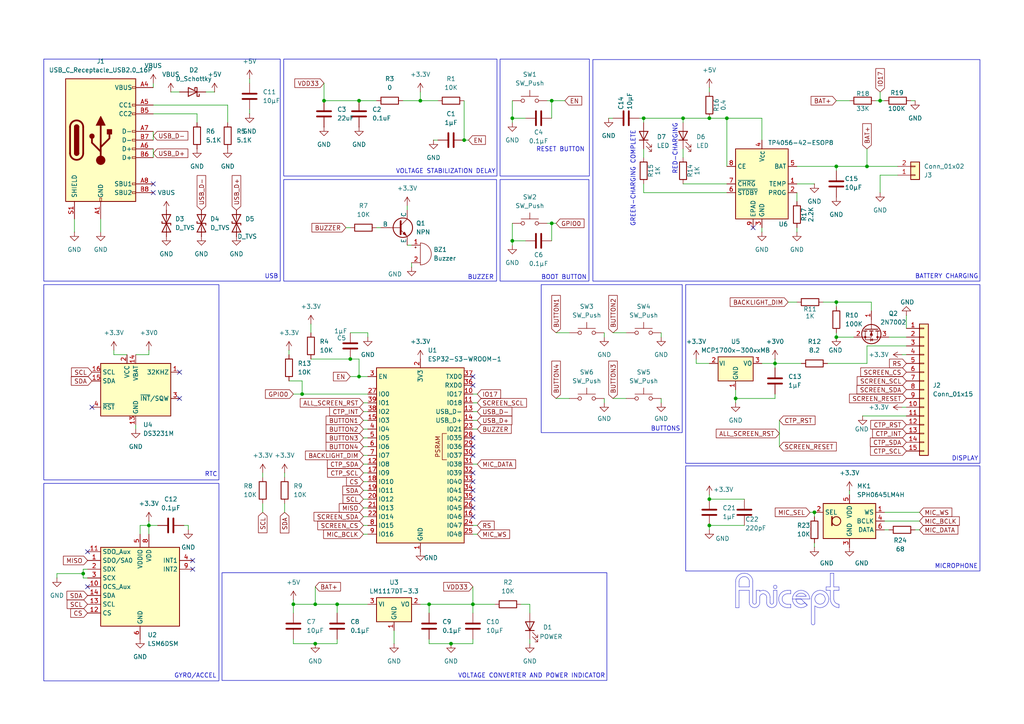
<source format=kicad_sch>
(kicad_sch (version 20250114) (generator "eeschema") (generator_version "9.0")
  (paper "A4")
  (title_block (title "Tempus32") (date "2025-07-30") (rev "v1.0") (company "Anicept"))
  (lib_symbols
    (symbol "Battery_Management:TP4056-42-ESOP8"
      (property "Reference" "U" (at -6.604 11.684 0))
      (property "Value" "TP4056-42-ESOP8" (at 10.16 11.684 0))
      (symbol "TP4056-42-ESOP8_1_0"
        (pin input line (at -10.16 5.08 0) (length 2.54) (name "CE") (number "8"))
        (pin open_collector line (at -10.16 0 0) (length 2.54) (name "~{CHRG}") (number "7"))
        (pin open_collector line (at -10.16 -2.54 0) (length 2.54) (name "~{STDBY}") (number "6"))
        (pin passive line (at -2.54 -12.7 90) (length 2.54) (name "EPAD") (number "9"))
        (pin power_in line (at 0 12.7 270) (length 2.54) (name "V_{CC}") (number "4"))
        (pin power_in line (at 0 -12.7 90) (length 2.54) (name "GND") (number "3"))
        (pin power_out line (at 10.16 5.08 180) (length 2.54) (name "BAT") (number "5"))
        (pin input line (at 10.16 0 180) (length 2.54) (name "TEMP") (number "1"))
        (pin passive line (at 10.16 -2.54 180) (length 2.54) (name "PROG") (number "2"))
      )
    )
    (symbol "Connector:USB_C_Receptacle_USB2.0_16P" (pin_names (offset 1.016))
      (property "Reference" "J" (at 0 22.225 0))
      (property "Value" "USB_C_Receptacle_USB2.0_16P" (at 0 19.685 0))
      (symbol "USB_C_Receptacle_USB2.0_16P_1_1"
        (pin passive line (at -7.62 -22.86 90) (length 5.08) (name "SHIELD") (number "S1"))
        (pin passive line (at 0 -22.86 90) (length 5.08) (name "GND") (number "A1"))
        (pin passive line (at 0 -22.86 90) (length 5.08) (hide yes) (name "GND") (number "A12"))
        (pin passive line (at 0 -22.86 90) (length 5.08) (hide yes) (name "GND") (number "B1"))
        (pin passive line (at 0 -22.86 90) (length 5.08) (hide yes) (name "GND") (number "B12"))
        (pin passive line (at 15.24 15.24 180) (length 5.08) (name "VBUS") (number "A4"))
        (pin passive line (at 15.24 15.24 180) (length 5.08) (hide yes) (name "VBUS") (number "A9"))
        (pin passive line (at 15.24 15.24 180) (length 5.08) (hide yes) (name "VBUS") (number "B4"))
        (pin passive line (at 15.24 15.24 180) (length 5.08) (hide yes) (name "VBUS") (number "B9"))
        (pin bidirectional line (at 15.24 10.16 180) (length 5.08) (name "CC1") (number "A5"))
        (pin bidirectional line (at 15.24 7.62 180) (length 5.08) (name "CC2") (number "B5"))
        (pin bidirectional line (at 15.24 2.54 180) (length 5.08) (name "D-") (number "A7"))
        (pin bidirectional line (at 15.24 0 180) (length 5.08) (name "D-") (number "B7"))
        (pin bidirectional line (at 15.24 -2.54 180) (length 5.08) (name "D+") (number "A6"))
        (pin bidirectional line (at 15.24 -5.08 180) (length 5.08) (name "D+") (number "B6"))
        (pin bidirectional line (at 15.24 -12.7 180) (length 5.08) (name "SBU1") (number "A8"))
        (pin bidirectional line (at 15.24 -15.24 180) (length 5.08) (name "SBU2") (number "B8"))
      )
    )
    (symbol "Connector_Generic:Conn_01x02" (pin_names (offset 1.016) (hide yes))
      (property "Reference" "J" (at 0 2.54 0))
      (property "Value" "Conn_01x02" (at 0 -5.08 0))
      (symbol "Conn_01x02_1_1"
        (pin passive line (at -5.08 0 0) (length 3.81) (name "Pin_1") (number "1"))
        (pin passive line (at -5.08 -2.54 0) (length 3.81) (name "Pin_2") (number "2"))
      )
    )
    (symbol "Connector_Generic:Conn_01x15" (pin_names (offset 1.016) (hide yes))
      (property "Reference" "J" (at 0 20.32 0))
      (property "Value" "Conn_01x15" (at 0 -20.32 0))
      (symbol "Conn_01x15_1_1"
        (pin passive line (at -5.08 17.78 0) (length 3.81) (name "Pin_1") (number "1"))
        (pin passive line (at -5.08 15.24 0) (length 3.81) (name "Pin_2") (number "2"))
        (pin passive line (at -5.08 12.7 0) (length 3.81) (name "Pin_3") (number "3"))
        (pin passive line (at -5.08 10.16 0) (length 3.81) (name "Pin_4") (number "4"))
        (pin passive line (at -5.08 7.62 0) (length 3.81) (name "Pin_5") (number "5"))
        (pin passive line (at -5.08 5.08 0) (length 3.81) (name "Pin_6") (number "6"))
        (pin passive line (at -5.08 2.54 0) (length 3.81) (name "Pin_7") (number "7"))
        (pin passive line (at -5.08 0 0) (length 3.81) (name "Pin_8") (number "8"))
        (pin passive line (at -5.08 -2.54 0) (length 3.81) (name "Pin_9") (number "9"))
        (pin passive line (at -5.08 -5.08 0) (length 3.81) (name "Pin_10") (number "10"))
        (pin passive line (at -5.08 -7.62 0) (length 3.81) (name "Pin_11") (number "11"))
        (pin passive line (at -5.08 -10.16 0) (length 3.81) (name "Pin_12") (number "12"))
        (pin passive line (at -5.08 -12.7 0) (length 3.81) (name "Pin_13") (number "13"))
        (pin passive line (at -5.08 -15.24 0) (length 3.81) (name "Pin_14") (number "14"))
        (pin passive line (at -5.08 -17.78 0) (length 3.81) (name "Pin_15") (number "15"))
      )
    )
    (symbol "Device:Buzzer" (pin_names (offset 0.0254) (hide yes))
      (property "Reference" "BZ" (at 3.81 1.27 0))
      (property "Value" "Buzzer" (at 3.81 -1.27 0))
      (symbol "Buzzer_1_1"
        (pin passive line (at -2.54 2.54 0) (length 2.54) (name "+") (number "1"))
        (pin passive line (at -2.54 -2.54 0) (length 2.54) (name "-") (number "2"))
      )
    )
    (symbol "Device:C" (pin_numbers (hide yes)) (pin_names (offset 0.254))
      (property "Reference" "C" (at 0.635 2.54 0))
      (property "Value" "C" (at 0.635 -2.54 0))
      (symbol "C_1_1"
        (pin passive line (at 0 3.81 270) (length 2.794) (name "~") (number "1"))
        (pin passive line (at 0 -3.81 90) (length 2.794) (name "~") (number "2"))
      )
    )
    (symbol "Device:D_Schottky" (pin_numbers (hide yes)) (pin_names (offset 1.016) (hide yes))
      (property "Reference" "D" (at 0 2.54 0))
      (property "Value" "D_Schottky" (at 0 -2.54 0))
      (symbol "D_Schottky_1_1"
        (pin passive line (at -3.81 0 0) (length 2.54) (name "K") (number "1"))
        (pin passive line (at 3.81 0 180) (length 2.54) (name "A") (number "2"))
      )
    )
    (symbol "Device:D_TVS" (pin_numbers (hide yes)) (pin_names (offset 1.016) (hide yes))
      (property "Reference" "D" (at 0 2.54 0))
      (property "Value" "D_TVS" (at 0 -2.54 0))
      (symbol "D_TVS_1_1"
        (pin passive line (at -3.81 0 0) (length 2.54) (name "A1") (number "1"))
        (pin passive line (at 3.81 0 180) (length 2.54) (name "A2") (number "2"))
      )
    )
    (symbol "Device:LED" (pin_numbers (hide yes)) (pin_names (offset 1.016) (hide yes))
      (property "Reference" "D" (at 0 2.54 0))
      (property "Value" "LED" (at 0 -2.54 0))
      (symbol "LED_1_1"
        (pin passive line (at -3.81 0 0) (length 2.54) (name "K") (number "1"))
        (pin passive line (at 3.81 0 180) (length 2.54) (name "A") (number "2"))
      )
    )
    (symbol "Device:R" (pin_numbers (hide yes)) (pin_names (offset 0))
      (property "Reference" "R" (at 2.032 0 90))
      (property "Value" "R" (at 0 0 90))
      (symbol "R_1_1"
        (pin passive line (at 0 3.81 270) (length 1.27) (name "~") (number "1"))
        (pin passive line (at 0 -3.81 90) (length 1.27) (name "~") (number "2"))
      )
    )
    (symbol "RF_Module:ESP32-S3-WROOM-1"
      (property "Reference" "U" (at -12.7 26.67 0))
      (property "Value" "ESP32-S3-WROOM-1" (at 12.7 26.67 0))
      (symbol "ESP32-S3-WROOM-1_0_0"
        (text "PSRAM" (at 5.08 2.54 900) (effects (font (size 1.27 1.27))))
      )
      (symbol "ESP32-S3-WROOM-1_1_1"
        (pin input line (at -15.24 22.86 0) (length 2.54) (name "EN") (number "3"))
        (pin bidirectional line (at -15.24 17.78 0) (length 2.54) (name "IO0") (number "27"))
        (pin bidirectional line (at -15.24 15.24 0) (length 2.54) (name "IO1") (number "39"))
        (pin bidirectional line (at -15.24 12.7 0) (length 2.54) (name "IO2") (number "38"))
        (pin bidirectional line (at -15.24 10.16 0) (length 2.54) (name "IO3") (number "15"))
        (pin bidirectional line (at -15.24 7.62 0) (length 2.54) (name "IO4") (number "4"))
        (pin bidirectional line (at -15.24 5.08 0) (length 2.54) (name "IO5") (number "5"))
        (pin bidirectional line (at -15.24 2.54 0) (length 2.54) (name "IO6") (number "6"))
        (pin bidirectional line (at -15.24 0 0) (length 2.54) (name "IO7") (number "7"))
        (pin bidirectional line (at -15.24 -2.54 0) (length 2.54) (name "IO8") (number "12"))
        (pin bidirectional line (at -15.24 -5.08 0) (length 2.54) (name "IO9") (number "17"))
        (pin bidirectional line (at -15.24 -7.62 0) (length 2.54) (name "IO10") (number "18"))
        (pin bidirectional line (at -15.24 -10.16 0) (length 2.54) (name "IO11") (number "19"))
        (pin bidirectional line (at -15.24 -12.7 0) (length 2.54) (name "IO12") (number "20"))
        (pin bidirectional line (at -15.24 -15.24 0) (length 2.54) (name "IO13") (number "21"))
        (pin bidirectional line (at -15.24 -17.78 0) (length 2.54) (name "IO14") (number "22"))
        (pin bidirectional line (at -15.24 -20.32 0) (length 2.54) (name "IO15") (number "8"))
        (pin bidirectional line (at -15.24 -22.86 0) (length 2.54) (name "IO16") (number "9"))
        (pin power_in line (at 0 27.94 270) (length 2.54) (name "3V3") (number "2"))
        (pin power_in line (at 0 -27.94 90) (length 2.54) (name "GND") (number "1"))
        (pin passive line (at 0 -27.94 90) (length 2.54) (hide yes) (name "GND") (number "40"))
        (pin passive line (at 0 -27.94 90) (length 2.54) (hide yes) (name "GND") (number "41"))
        (pin bidirectional line (at 15.24 22.86 180) (length 2.54) (name "TXD0") (number "37"))
        (pin bidirectional line (at 15.24 20.32 180) (length 2.54) (name "RXD0") (number "36"))
        (pin bidirectional line (at 15.24 17.78 180) (length 2.54) (name "IO17") (number "10"))
        (pin bidirectional line (at 15.24 15.24 180) (length 2.54) (name "IO18") (number "11"))
        (pin bidirectional line (at 15.24 12.7 180) (length 2.54) (name "USB_D-") (number "13"))
        (pin bidirectional line (at 15.24 10.16 180) (length 2.54) (name "USB_D+") (number "14"))
        (pin bidirectional line (at 15.24 7.62 180) (length 2.54) (name "IO21") (number "23"))
        (pin bidirectional line (at 15.24 5.08 180) (length 2.54) (name "IO35") (number "28"))
        (pin bidirectional line (at 15.24 2.54 180) (length 2.54) (name "IO36") (number "29"))
        (pin bidirectional line (at 15.24 0 180) (length 2.54) (name "IO37") (number "30"))
        (pin bidirectional line (at 15.24 -2.54 180) (length 2.54) (name "IO38") (number "31"))
        (pin bidirectional line (at 15.24 -5.08 180) (length 2.54) (name "IO39") (number "32"))
        (pin bidirectional line (at 15.24 -7.62 180) (length 2.54) (name "IO40") (number "33"))
        (pin bidirectional line (at 15.24 -10.16 180) (length 2.54) (name "IO41") (number "34"))
        (pin bidirectional line (at 15.24 -12.7 180) (length 2.54) (name "IO42") (number "35"))
        (pin bidirectional line (at 15.24 -15.24 180) (length 2.54) (name "IO45") (number "26"))
        (pin bidirectional line (at 15.24 -17.78 180) (length 2.54) (name "IO46") (number "16"))
        (pin bidirectional line (at 15.24 -20.32 180) (length 2.54) (name "IO47") (number "24"))
        (pin bidirectional line (at 15.24 -22.86 180) (length 2.54) (name "IO48") (number "25"))
      )
    )
    (symbol "Regulator_Linear:LM1117DT-3.3"
      (property "Reference" "U" (at -3.81 3.175 0))
      (property "Value" "LM1117DT-3.3" (at 0 3.175 0))
      (symbol "LM1117DT-3.3_1_1"
        (pin power_in line (at -7.62 0 0) (length 2.54) (name "VI") (number "3"))
        (pin power_in line (at 0 -7.62 90) (length 2.54) (name "GND") (number "1"))
        (pin power_out line (at 7.62 0 180) (length 2.54) (name "VO") (number "2"))
      )
    )
    (symbol "Regulator_Linear:MCP1700x-300xxMB" (pin_names (offset 0.254))
      (property "Reference" "U" (at -3.81 3.175 0))
      (property "Value" "MCP1700x-300xxMB" (at 0 3.175 0))
      (symbol "MCP1700x-300xxMB_1_1"
        (pin power_in line (at -7.62 0 0) (length 2.54) (name "VI") (number "2"))
        (pin power_in line (at 0 -7.62 90) (length 2.54) (name "GND") (number "1"))
        (pin power_out line (at 7.62 0 180) (length 2.54) (name "VO") (number "3"))
      )
    )
    (symbol "Sensor_Audio:SPH0645LM4H"
      (property "Reference" "MK" (at -7.62 6.35 0))
      (property "Value" "SPH0645LM4H" (at 1.27 6.35 0))
      (symbol "SPH0645LM4H_1_1"
        (pin input line (at -10.16 2.54 0) (length 2.54) (name "SEL") (number "2"))
        (pin power_in line (at 0 7.62 270) (length 2.54) (name "VDD") (number "5"))
        (pin power_in line (at 0 -7.62 90) (length 2.54) (name "GND") (number "3"))
        (pin input line (at 10.16 2.54 180) (length 2.54) (name "WS") (number "1"))
        (pin input line (at 10.16 0 180) (length 2.54) (name "BCLK") (number "4"))
        (pin output line (at 10.16 -2.54 180) (length 2.54) (name "DATA") (number "6"))
      )
    )
    (symbol "Sensor_Motion:LSM6DSM"
      (property "Reference" "U" (at -11.43 15.24 0))
      (property "Value" "LSM6DSM" (at -11.43 12.7 0))
      (symbol "LSM6DSM_1_1"
        (pin bidirectional line (at -15.24 10.16 0) (length 3.81) (name "SDO_Aux") (number "11"))
        (pin bidirectional line (at -15.24 7.62 0) (length 3.81) (name "SDO/SA0") (number "1"))
        (pin bidirectional line (at -15.24 5.08 0) (length 3.81) (name "SDX") (number "2"))
        (pin input line (at -15.24 2.54 0) (length 3.81) (name "SCX") (number "3"))
        (pin passive line (at -15.24 0 0) (length 3.81) (name "OCS_Aux") (number "10"))
        (pin bidirectional line (at -15.24 -2.54 0) (length 3.81) (name "SDA") (number "14"))
        (pin input line (at -15.24 -5.08 0) (length 3.81) (name "SCL") (number "13"))
        (pin input line (at -15.24 -7.62 0) (length 3.81) (name "CS") (number "12"))
        (pin power_in line (at 0 15.24 270) (length 3.81) (name "VDDIO") (number "5"))
        (pin power_in line (at 0 -15.24 90) (length 3.81) (name "GND") (number "6"))
        (pin passive line (at 0 -15.24 90) (length 3.81) (hide yes) (name "GND") (number "7"))
        (pin power_in line (at 2.54 15.24 270) (length 3.81) (name "VDD") (number "8"))
        (pin output line (at 15.24 7.62 180) (length 3.81) (name "INT1") (number "4"))
        (pin output line (at 15.24 5.08 180) (length 3.81) (name "INT2") (number "9"))
      )
    )
    (symbol "Simulation_SPICE:NPN" (pin_numbers (hide yes)) (pin_names (offset 0))
      (property "Reference" "Q" (at -2.54 7.62 0))
      (property "Value" "NPN" (at -2.54 5.08 0))
      (symbol "NPN_1_1"
        (pin input line (at -5.08 0 0) (length 2.54) (name "B") (number "2"))
        (pin open_collector line (at 2.54 5.08 270) (length 2.54) (name "C") (number "1"))
        (pin open_emitter line (at 2.54 -5.08 90) (length 2.54) (name "E") (number "3"))
      )
    )
    (symbol "Switch:SW_Push" (pin_numbers (hide yes)) (pin_names (offset 1.016) (hide yes))
      (property "Reference" "SW" (at 1.27 2.54 0))
      (property "Value" "SW_Push" (at 0 -1.524 0))
      (symbol "SW_Push_0_1"
        (pin passive line (at -5.08 0 0) (length 2.54) (name "1") (number "1"))
        (pin passive line (at 5.08 0 180) (length 2.54) (name "2") (number "2"))
      )
    )
    (symbol "Timer_RTC:DS3231M"
      (property "Reference" "U" (at -7.62 8.89 0))
      (property "Value" "DS3231M" (at 10.16 8.89 0))
      (symbol "DS3231M_1_1"
        (pin input line (at -12.7 5.08 0) (length 2.54) (name "SCL") (number "16"))
        (pin bidirectional line (at -12.7 2.54 0) (length 2.54) (name "SDA") (number "15"))
        (pin bidirectional line (at -12.7 -5.08 0) (length 2.54) (name "~{RST}") (number "4"))
        (pin power_in line (at -2.54 10.16 270) (length 2.54) (name "VCC") (number "2"))
        (pin power_in line (at 0 10.16 270) (length 2.54) (name "VBAT") (number "14"))
        (pin passive line (at 0 -10.16 90) (length 2.54) (hide yes) (name "GND") (number "10"))
        (pin passive line (at 0 -10.16 90) (length 2.54) (hide yes) (name "GND") (number "11"))
        (pin passive line (at 0 -10.16 90) (length 2.54) (hide yes) (name "GND") (number "12"))
        (pin power_in line (at 0 -10.16 90) (length 2.54) (name "GND") (number "13"))
        (pin passive line (at 0 -10.16 90) (length 2.54) (hide yes) (name "GND") (number "5"))
        (pin passive line (at 0 -10.16 90) (length 2.54) (hide yes) (name "GND") (number "6"))
        (pin passive line (at 0 -10.16 90) (length 2.54) (hide yes) (name "GND") (number "7"))
        (pin passive line (at 0 -10.16 90) (length 2.54) (hide yes) (name "GND") (number "8"))
        (pin passive line (at 0 -10.16 90) (length 2.54) (hide yes) (name "GND") (number "9"))
        (pin open_collector line (at 12.7 5.08 180) (length 2.54) (name "32KHZ") (number "1"))
        (pin open_collector line (at 12.7 -2.54 180) (length 2.54) (name "~{INT}/SQW") (number "3"))
      )
    )
    (symbol "Transistor_FET:2N7002" (pin_names (offset 0) (hide yes))
      (property "Reference" "Q" (at 5.08 1.905 0))
      (property "Value" "2N7002" (at 5.08 0 0))
      (symbol "2N7002_1_1"
        (pin input line (at -5.08 0 0) (length 2.54) (name "G") (number "1"))
        (pin passive line (at 2.54 5.08 270) (length 2.54) (name "D") (number "3"))
        (pin passive line (at 2.54 -5.08 90) (length 2.54) (name "S") (number "2"))
      )
    )
    (symbol "power:+3.3V" (power) (pin_numbers (hide yes)) (pin_names (offset 0) (hide yes))
      (property "Value" "+3.3V" (at 0 3.556 0))
      (symbol "+3.3V_1_1"
        (pin power_in line (at 0 0 90) (length 0) (name "~") (number "1"))
      )
    )
    (symbol "power:+3V0" (power) (pin_numbers (hide yes)) (pin_names (offset 0) (hide yes))
      (property "Value" "+3V0" (at 0 3.556 0))
      (symbol "+3V0_1_1"
        (pin power_in line (at 0 0 90) (length 0) (name "~") (number "1"))
      )
    )
    (symbol "power:+5V" (power) (pin_numbers (hide yes)) (pin_names (offset 0) (hide yes))
      (property "Value" "+5V" (at 0 3.556 0))
      (symbol "+5V_1_1"
        (pin power_in line (at 0 0 90) (length 0) (name "~") (number "1"))
      )
    )
    (symbol "power:GND" (power) (pin_numbers (hide yes)) (pin_names (offset 0) (hide yes))
      (property "Value" "GND" (at 0 -3.81 0))
      (symbol "GND_1_1"
        (pin power_in line (at 0 0 270) (length 0) (name "~") (number "1"))
      )
    )
    (symbol "power:VBUS" (power) (pin_numbers (hide yes)) (pin_names (offset 0) (hide yes))
      (property "Value" "VBUS" (at 0 3.556 0))
      (symbol "VBUS_1_1"
        (pin power_in line (at 0 0 90) (length 0) (name "~") (number "1"))
      )
    )
  )
  (arc (start 234.1131 175.5045) (mid 231.3884 176.0454) (end 229.846 173.735) (stroke (width 0.1)))
  (rectangle (start 82.296 17.145) (end 144.145 51.054))
  (arc (start 224.346 174.736) (mid 223.846 175.236) (end 223.346 174.736) (stroke (width 0.1)))
  (rectangle (start 64.389 166.116) (end 176.022 197.358))
  (arc (start 213.346 168.736) (mid 214.0782 166.9682) (end 215.846 166.236) (stroke (width 0.1)))
  (rectangle (start 12.7 140.208) (end 63.5 197.485))
  (rectangle (start 12.7 82.55) (end 63.5 139.192))
  (rectangle (start 145.034 52.07) (end 170.815 81.534))
  (arc (start 235.346 173.736) (mid 240.0821 172.618) (end 236.346 175.736) (stroke (width 0.1)))
  (circle (center 224.846 170.236) (radius 0.5) (stroke (width 0.1)))
  (arc (start 228.346 175.236) (mid 226.846 173.736) (end 228.346 172.236) (stroke (width 0.1)))
  (arc (start 236.346 180.736) (mid 235.846 181.236) (end 235.346 180.736) (stroke (width 0.1)))
  (rectangle (start 198.882 82.55) (end 284.226 134.366))
  (arc (start 229.846 173.735) (mid 232.3465 171.236) (end 234.846 173.736) (stroke (width 0.1)))
  (arc (start 220.346 173.236) (mid 220.6389 172.5289) (end 221.346 172.236) (stroke (width 0.1)))
  (circle (center 237.846 173.736) (radius 1.5) (stroke (width 0.1)))
  (rectangle (start 171.958 17.272) (end 284.226 81.534))
  (arc (start 230.8463 172.9354) (mid 232.3463 172.036) (end 233.846 172.9359) (stroke (width 0.1)))
  (arc (start 228.3459 176.236) (mid 225.846 173.7359) (end 228.346 171.236) (stroke (width 0.1)))
  (rectangle (start 198.882 135.128) (end 284.226 165.608))
  (arc (start 220.346 174.736) (mid 218.846 176.236) (end 217.346 174.736) (stroke (width 0.1)))
  (arc (start 221.346 171.236) (mid 222.7602 171.8218) (end 223.346 173.236) (stroke (width 0.1)))
  (arc (start 220.346 171.5039) (mid 220.8284 171.3041) (end 221.346 171.236) (stroke (width 0.1)))
  (arc (start 243.346 175.236) (mid 242.2853 174.7967) (end 241.846 173.736) (stroke (width 0.1)))
  (arc (start 225.346 174.736) (mid 223.846 176.236) (end 222.346 174.736) (stroke (width 0.1)))
  (arc (start 215.846 166.236) (mid 217.6138 166.9682) (end 218.346 168.736) (stroke (width 0.1)))
  (arc (start 219.346 174.736) (mid 218.846 175.236) (end 218.346 174.736) (stroke (width 0.1)))
  (arc (start 215.846 167.236) (mid 216.9067 167.6753) (end 217.346 168.736) (stroke (width 0.1)))
  (arc (start 243.346 176.236) (mid 241.5782 175.5038) (end 240.846 173.736) (stroke (width 0.1)))
  (arc (start 214.346 168.736) (mid 214.7853 167.6753) (end 215.846 167.236) (stroke (width 0.1)))
  (rectangle (start 145.034 17.145) (end 170.942 51.054))
  (rectangle (start 156.972 82.55) (end 197.866 125.476))
  (rectangle (start 12.7 17.145) (end 81.28 81.534))
  (arc (start 233.4062 174.7971) (mid 231.7714 175.1216) (end 230.846 173.7354) (stroke (width 0.1)))
  (arc (start 221.346 172.236) (mid 222.0531 172.5289) (end 222.346 173.236) (stroke (width 0.1)))
  (rectangle (start 82.296 52.07) (end 144.018 81.534))
  (text "MICROPHONE" (at 277.368 164.338 0) (effects (font (size 1.27 1.27))))
  (text "BUZZER" (at 139.446 80.518 0) (effects (font (size 1.27 1.27))))
  (text "USB\n" (at 78.74 80.264 0) (effects (font (size 1.27 1.27))))
  (text "VOLTAGE STABILIZATION DELAY" (at 129.286 49.784 0) (effects (font (size 1.27 1.27))))
  (text "BUTTONS" (at 193.04 124.46 0) (effects (font (size 1.27 1.27))))
  (text "BATTERY CHARGING" (at 274.574 80.264 0) (effects (font (size 1.27 1.27))))
  (text "RTC" (at 61.214 137.668 0) (effects (font (size 1.27 1.27))))
  (text "BOOT BUTTON\n" (at 163.576 80.518 0) (effects (font (size 1.27 1.27))))
  (text "RESET BUTTON\n" (at 162.56 43.434 0) (effects (font (size 1.27 1.27))))
  (text "GYRO/ACCEL" (at 56.642 196.088 0) (effects (font (size 1.27 1.27))))
  (text "VOLTAGE CONVERTER AND POWER INDICATOR\n" (at 154.178 196.088 0) (effects (font (size 1.27 1.27))))
  (text "GREEN-CHARGING COMPLETE" (at 183.642 51.816 90) (effects (font (size 1.27 1.27))))
  (text "DISPLAY" (at 279.908 133.096 0) (effects (font (size 1.27 1.27))))
  (text "RED-CHARGING" (at 195.834 43.18 90) (effects (font (size 1.27 1.27))))
  (junction (at 97.79 175.26))
  (junction (at 205.74 34.29))
  (junction (at 93.98 29.21))
  (junction (at 85.09 175.26))
  (junction (at 104.14 29.21))
  (junction (at 198.12 34.29))
  (junction (at 130.81 186.69))
  (junction (at 213.36 115.57))
  (junction (at 104.14 109.22))
  (junction (at 210.82 34.29))
  (junction (at 236.22 148.59))
  (junction (at 91.44 186.69))
  (junction (at 242.57 97.79))
  (junction (at 186.69 34.29))
  (junction (at 242.57 48.26))
  (junction (at 24.13 166.37))
  (junction (at 205.74 152.4))
  (junction (at 148.59 34.29))
  (junction (at 224.79 105.41))
  (junction (at 251.46 48.26))
  (junction (at 43.18 152.4))
  (junction (at 87.63 114.3))
  (junction (at 91.44 175.26))
  (junction (at 160.02 29.21))
  (junction (at 101.6 104.14))
  (junction (at 242.57 87.63))
  (junction (at 160.02 64.77))
  (junction (at 255.27 29.21))
  (junction (at 124.46 175.26))
  (junction (at 121.92 29.21))
  (junction (at 148.59 69.85))
  (junction (at 134.62 40.64))
  (junction (at 137.16 175.26))
  (junction (at 205.74 144.78))
  (no_connect (at 44.45 55.88))
  (no_connect (at 25.4 170.18))
  (no_connect (at 55.88 165.1))
  (no_connect (at 52.07 107.95))
  (no_connect (at 137.16 132.08))
  (no_connect (at 52.07 115.57))
  (no_connect (at 137.16 149.86))
  (no_connect (at 218.44 66.04))
  (no_connect (at 137.16 137.16))
  (no_connect (at 137.16 111.76))
  (no_connect (at 137.16 109.22))
  (no_connect (at 137.16 127))
  (no_connect (at 26.67 118.11))
  (no_connect (at 137.16 139.7))
  (no_connect (at 25.4 160.02))
  (no_connect (at 137.16 144.78))
  (no_connect (at 137.16 142.24))
  (no_connect (at 44.45 53.34))
  (no_connect (at 55.88 162.56))
  (no_connect (at 137.16 129.54))
  (no_connect (at 137.16 147.32))
  (wire (pts (xy 224.79 105.41) (xy 232.41 105.41)))
  (wire (pts (xy 105.41 154.94) (xy 106.68 154.94)))
  (wire (pts (xy 66.04 30.48) (xy 66.04 35.56)))
  (wire (pts (xy 40.64 154.94) (xy 40.64 152.4)))
  (polyline (pts (xy 230.8463 172.9354) (xy 233.846 172.9359)) (stroke (width 0.1)))
  (wire (pts (xy 242.57 88.9) (xy 242.57 87.63)))
  (polyline (pts (xy 214.346 170.236) (xy 214.346 168.736)) (stroke (width 0.1)))
  (wire (pts (xy 85.09 173.99) (xy 85.09 175.26)))
  (wire (pts (xy 100.33 66.04) (xy 101.6 66.04)))
  (polyline (pts (xy 243.346 175.6725) (xy 243.346 175.236)) (stroke (width 0.1)))
  (wire (pts (xy 160.02 69.85) (xy 160.02 64.77)))
  (polyline (pts (xy 217.346 168.736) (xy 217.346 170.236)) (stroke (width 0.1)))
  (wire (pts (xy 135.89 40.64) (xy 134.62 40.64)))
  (wire (pts (xy 246.38 29.21) (xy 242.57 29.21)))
  (wire (pts (xy 85.09 114.3) (xy 87.63 114.3)))
  (wire (pts (xy 44.45 43.18) (xy 44.45 45.72)))
  (wire (pts (xy 186.69 55.88) (xy 210.82 55.88)))
  (polyline (pts (xy 232.346 173.736) (xy 229.846 173.735)) (stroke (width 0.1)))
  (wire (pts (xy 105.41 139.7) (xy 106.68 139.7)))
  (wire (pts (xy 90.17 96.52) (xy 90.17 93.98)))
  (wire (pts (xy 101.6 109.22) (xy 104.14 109.22)))
  (wire (pts (xy 91.44 175.26) (xy 85.09 175.26)))
  (wire (pts (xy 97.79 185.42) (xy 97.79 186.69)))
  (wire (pts (xy 185.42 34.29) (xy 186.69 34.29)))
  (wire (pts (xy 105.41 147.32) (xy 106.68 147.32)))
  (wire (pts (xy 251.46 100.33) (xy 262.89 100.33)))
  (wire (pts (xy 118.11 59.69) (xy 118.11 60.96)))
  (polyline (pts (xy 235.346 173.736) (xy 235.346 180.736)) (stroke (width 0.1)))
  (wire (pts (xy 161.29 115.57) (xy 165.1 115.57)))
  (polyline (pts (xy 219.346 171.236) (xy 219.346 174.736)) (stroke (width 0.1)))
  (wire (pts (xy 148.59 71.12) (xy 148.59 69.85)))
  (wire (pts (xy 118.11 71.12) (xy 119.38 71.12)))
  (wire (pts (xy 33.02 102.87) (xy 36.83 102.87)))
  (wire (pts (xy 105.41 152.4) (xy 106.68 152.4)))
  (wire (pts (xy 138.43 124.46) (xy 137.16 124.46)))
  (wire (pts (xy 105.41 124.46) (xy 106.68 124.46)))
  (wire (pts (xy 175.26 97.79) (xy 175.26 96.52)))
  (wire (pts (xy 257.81 97.79) (xy 262.89 97.79)))
  (wire (pts (xy 91.44 170.18) (xy 91.44 175.26)))
  (polyline (pts (xy 240.846 171.236) (xy 240.846 173.736)) (stroke (width 0.1)))
  (wire (pts (xy 105.41 119.38) (xy 106.68 119.38)))
  (wire (pts (xy 198.12 34.29) (xy 205.74 34.29)))
  (wire (pts (xy 124.46 186.69) (xy 130.81 186.69)))
  (wire (pts (xy 97.79 177.8) (xy 97.79 175.26)))
  (wire (pts (xy 246.38 142.24) (xy 246.38 143.51)))
  (wire (pts (xy 72.39 33.02) (xy 72.39 31.75)))
  (wire (pts (xy 220.98 34.29) (xy 220.98 40.64)))
  (wire (pts (xy 224.79 106.68) (xy 224.79 105.41)))
  (wire (pts (xy 161.29 96.52) (xy 165.1 96.52)))
  (polyline (pts (xy 229.346 172.236) (xy 228.346 172.236)) (stroke (width 0.1)))
  (wire (pts (xy 236.22 149.86) (xy 236.22 148.59)))
  (polyline (pts (xy 217.346 170.236) (xy 214.346 170.236)) (stroke (width 0.1)))
  (polyline (pts (xy 241.846 173.736) (xy 241.846 171.236)) (stroke (width 0.1)))
  (wire (pts (xy 62.23 26.67) (xy 59.69 26.67)))
  (wire (pts (xy 205.74 143.51) (xy 205.74 144.78)))
  (wire (pts (xy 242.57 87.63) (xy 252.73 87.63)))
  (wire (pts (xy 106.68 96.52) (xy 106.68 97.79)))
  (wire (pts (xy 220.98 105.41) (xy 224.79 105.41)))
  (polyline (pts (xy 217.346 171.236) (xy 217.346 174.736)) (stroke (width 0.1)))
  (wire (pts (xy 210.82 34.29) (xy 210.82 48.26)))
  (wire (pts (xy 257.81 153.67) (xy 256.54 153.67)))
  (polyline (pts (xy 243.346 170.236) (xy 241.846 170.236)) (stroke (width 0.1)))
  (wire (pts (xy 231.14 53.34) (xy 236.22 53.34)))
  (wire (pts (xy 176.53 34.29) (xy 177.8 34.29)))
  (polyline (pts (xy 233.7596 175.1508) (xy 234.1131 175.5045)) (stroke (width 0.1)))
  (wire (pts (xy 121.92 26.67) (xy 121.92 29.21)))
  (wire (pts (xy 39.37 124.46) (xy 39.37 123.19)))
  (wire (pts (xy 231.14 48.26) (xy 242.57 48.26)))
  (polyline (pts (xy 213.346 176.236) (xy 213.346 168.736)) (stroke (width 0.1)))
  (wire (pts (xy 250.19 120.65) (xy 262.89 120.65)))
  (wire (pts (xy 25.4 167.64) (xy 24.13 167.64)))
  (wire (pts (xy 153.67 177.8) (xy 153.67 175.26)))
  (wire (pts (xy 266.7 148.59) (xy 256.54 148.59)))
  (wire (pts (xy 16.51 166.37) (xy 16.51 167.64)))
  (wire (pts (xy 138.43 154.94) (xy 137.16 154.94)))
  (polyline (pts (xy 234.846 173.736) (xy 234.346 173.736)) (stroke (width 0.1)))
  (wire (pts (xy 198.12 53.34) (xy 210.82 53.34)))
  (wire (pts (xy 251.46 43.18) (xy 251.46 48.26)))
  (polyline (pts (xy 229.346 171.236) (xy 229.346 171.736)) (stroke (width 0.1)))
  (polyline (pts (xy 241.846 171.236) (xy 243.346 171.236)) (stroke (width 0.1)))
  (wire (pts (xy 124.46 175.26) (xy 124.46 177.8)))
  (wire (pts (xy 124.46 175.26) (xy 121.92 175.26)))
  (wire (pts (xy 105.41 144.78) (xy 106.68 144.78)))
  (wire (pts (xy 153.67 185.42) (xy 153.67 186.69)))
  (wire (pts (xy 105.41 142.24) (xy 106.68 142.24)))
  (wire (pts (xy 43.18 101.6) (xy 43.18 102.87)))
  (wire (pts (xy 97.79 175.26) (xy 91.44 175.26)))
  (polyline (pts (xy 236.346 180.736) (xy 236.346 175.736)) (stroke (width 0.1)))
  (wire (pts (xy 231.14 66.04) (xy 231.14 67.31)))
  (wire (pts (xy 44.45 30.48) (xy 66.04 30.48)))
  (wire (pts (xy 44.45 33.02) (xy 57.15 33.02)))
  (wire (pts (xy 226.06 129.54) (xy 226.06 121.92)))
  (wire (pts (xy 251.46 105.41) (xy 251.46 100.33)))
  (polyline (pts (xy 229.346 171.736) (xy 229.346 172.236)) (stroke (width 0.1)))
  (wire (pts (xy 205.74 152.4) (xy 215.9 152.4)))
  (wire (pts (xy 138.43 121.92) (xy 137.16 121.92)))
  (wire (pts (xy 265.43 29.21) (xy 264.16 29.21)))
  (wire (pts (xy 153.67 175.26) (xy 151.13 175.26)))
  (wire (pts (xy 44.45 38.1) (xy 44.45 40.64)))
  (wire (pts (xy 106.68 96.52) (xy 101.6 96.52)))
  (wire (pts (xy 158.75 29.21) (xy 160.02 29.21)))
  (wire (pts (xy 114.3 186.69) (xy 114.3 182.88)))
  (wire (pts (xy 130.81 186.69) (xy 137.16 186.69)))
  (wire (pts (xy 76.2 146.05) (xy 76.2 148.59)))
  (wire (pts (xy 148.59 64.77) (xy 148.59 69.85)))
  (wire (pts (xy 137.16 175.26) (xy 124.46 175.26)))
  (wire (pts (xy 116.84 29.21) (xy 121.92 29.21)))
  (wire (pts (xy 138.43 134.62) (xy 137.16 134.62)))
  (wire (pts (xy 137.16 177.8) (xy 137.16 175.26)))
  (wire (pts (xy 24.13 166.37) (xy 24.13 167.64)))
  (polyline (pts (xy 243.346 176.236) (xy 243.346 175.6725)) (stroke (width 0.1)))
  (wire (pts (xy 54.61 152.4) (xy 53.34 152.4)))
  (wire (pts (xy 105.41 134.62) (xy 106.68 134.62)))
  (wire (pts (xy 138.43 116.84) (xy 137.16 116.84)))
  (polyline (pts (xy 241.846 170.236) (xy 241.846 166.236)) (stroke (width 0.1)))
  (wire (pts (xy 105.41 116.84) (xy 106.68 116.84)))
  (wire (pts (xy 261.62 118.11) (xy 262.89 118.11)))
  (wire (pts (xy 205.74 34.29) (xy 210.82 34.29)))
  (polyline (pts (xy 228.346 171.236) (xy 229.346 171.236)) (stroke (width 0.1)))
  (wire (pts (xy 33.02 101.6) (xy 33.02 102.87)))
  (polyline (pts (xy 230.846 173.7354) (xy 234.346 173.736)) (stroke (width 0.1)))
  (wire (pts (xy 234.95 148.59) (xy 236.22 148.59)))
  (wire (pts (xy 186.69 34.29) (xy 186.69 35.56)))
  (wire (pts (xy 224.79 104.14) (xy 224.79 105.41)))
  (wire (pts (xy 255.27 50.8) (xy 255.27 55.88)))
  (polyline (pts (xy 220.346 171.5039) (xy 220.346 171.236)) (stroke (width 0.1)))
  (wire (pts (xy 72.39 22.86) (xy 72.39 24.13)))
  (wire (pts (xy 93.98 24.13) (xy 93.98 29.21)))
  (wire (pts (xy 24.13 165.1) (xy 24.13 166.37)))
  (wire (pts (xy 201.93 105.41) (xy 205.74 105.41)))
  (wire (pts (xy 124.46 185.42) (xy 124.46 186.69)))
  (wire (pts (xy 242.57 48.26) (xy 251.46 48.26)))
  (wire (pts (xy 262.89 91.44) (xy 262.89 95.25)))
  (wire (pts (xy 213.36 113.03) (xy 213.36 115.57)))
  (polyline (pts (xy 213.846 176.236) (xy 214.346 176.236)) (stroke (width 0.1)))
  (polyline (pts (xy 218.346 168.736) (xy 218.346 174.736)) (stroke (width 0.1)))
  (wire (pts (xy 242.57 49.53) (xy 242.57 48.26)))
  (polyline (pts (xy 239.596 170.236) (xy 239.596 171.236)) (stroke (width 0.1)))
  (wire (pts (xy 93.98 29.21) (xy 104.14 29.21)))
  (wire (pts (xy 105.41 132.08) (xy 106.68 132.08)))
  (wire (pts (xy 238.76 87.63) (xy 242.57 87.63)))
  (wire (pts (xy 148.59 29.21) (xy 148.59 34.29)))
  (wire (pts (xy 205.74 25.4) (xy 205.74 26.67)))
  (wire (pts (xy 82.55 137.16) (xy 82.55 138.43)))
  (wire (pts (xy 210.82 34.29) (xy 220.98 34.29)))
  (wire (pts (xy 82.55 146.05) (xy 82.55 148.59)))
  (wire (pts (xy 57.15 35.56) (xy 57.15 33.02)))
  (wire (pts (xy 87.63 110.49) (xy 87.63 114.3)))
  (polyline (pts (xy 223.346 173.236) (xy 223.346 174.736)) (stroke (width 0.1)))
  (wire (pts (xy 266.7 151.13) (xy 256.54 151.13)))
  (polyline (pts (xy 243.346 171.236) (xy 243.346 170.236)) (stroke (width 0.1)))
  (wire (pts (xy 198.12 45.72) (xy 198.12 43.18)))
  (wire (pts (xy 242.57 96.52) (xy 242.57 97.79)))
  (wire (pts (xy 85.09 185.42) (xy 85.09 186.69)))
  (polyline (pts (xy 220.346 171.236) (xy 219.346 171.236)) (stroke (width 0.1)))
  (wire (pts (xy 85.09 177.8) (xy 85.09 175.26)))
  (polyline (pts (xy 228.346 175.236) (xy 229.346 175.236)) (stroke (width 0.1)))
  (wire (pts (xy 105.41 149.86) (xy 106.68 149.86)))
  (polyline (pts (xy 240.846 170.236) (xy 239.596 170.236)) (stroke (width 0.1)))
  (wire (pts (xy 119.38 77.47) (xy 119.38 76.2)))
  (wire (pts (xy 85.09 186.69) (xy 91.44 186.69)))
  (wire (pts (xy 205.74 152.4) (xy 205.74 153.67)))
  (wire (pts (xy 134.62 40.64) (xy 134.62 29.21)))
  (wire (pts (xy 191.77 116.84) (xy 191.77 115.57)))
  (polyline (pts (xy 240.846 166.236) (xy 240.846 170.236)) (stroke (width 0.1)))
  (wire (pts (xy 198.12 34.29) (xy 198.12 35.56)))
  (polyline (pts (xy 241.846 166.236) (xy 240.846 166.236)) (stroke (width 0.1)))
  (wire (pts (xy 105.41 137.16) (xy 106.68 137.16)))
  (wire (pts (xy 175.26 116.84) (xy 175.26 115.57)))
  (wire (pts (xy 105.41 129.54) (xy 106.68 129.54)))
  (wire (pts (xy 255.27 29.21) (xy 256.54 29.21)))
  (polyline (pts (xy 239.596 171.236) (xy 240.846 171.236)) (stroke (width 0.1)))
  (wire (pts (xy 213.36 116.84) (xy 213.36 115.57)))
  (wire (pts (xy 104.14 29.21) (xy 109.22 29.21)))
  (polyline (pts (xy 213.346 176.236) (xy 213.846 176.236)) (stroke (width 0.1)))
  (polyline (pts (xy 229.346 175.236) (xy 229.346 175.736)) (stroke (width 0.1)))
  (polyline (pts (xy 229.346 176.236) (xy 228.3459 176.236)) (stroke (width 0.1)))
  (wire (pts (xy 83.82 110.49) (xy 87.63 110.49)))
  (wire (pts (xy 104.14 109.22) (xy 106.68 109.22)))
  (wire (pts (xy 160.02 34.29) (xy 160.02 29.21)))
  (polyline (pts (xy 224.346 174.736) (xy 224.346 171.236)) (stroke (width 0.1)))
  (polyline (pts (xy 233.4062 174.7971) (xy 233.7596 175.1508)) (stroke (width 0.1)))
  (wire (pts (xy 137.16 170.18) (xy 137.16 175.26)))
  (wire (pts (xy 105.41 121.92) (xy 106.68 121.92)))
  (polyline (pts (xy 229.346 175.736) (xy 229.346 176.236)) (stroke (width 0.1)))
  (polyline (pts (xy 222.346 174.736) (xy 222.346 173.236)) (stroke (width 0.1)))
  (wire (pts (xy 201.93 104.14) (xy 201.93 105.41)))
  (wire (pts (xy 109.22 66.04) (xy 110.49 66.04)))
  (wire (pts (xy 49.53 26.67) (xy 52.07 26.67)))
  (wire (pts (xy 105.41 127) (xy 106.68 127)))
  (wire (pts (xy 54.61 152.4) (xy 54.61 153.67)))
  (polyline (pts (xy 214.346 171.236) (xy 217.346 171.236)) (stroke (width 0.1)))
  (wire (pts (xy 186.69 45.72) (xy 186.69 43.18)))
  (wire (pts (xy 160.02 29.21) (xy 163.83 29.21)))
  (wire (pts (xy 44.45 24.13) (xy 44.45 25.4)))
  (wire (pts (xy 186.69 34.29) (xy 198.12 34.29)))
  (wire (pts (xy 29.21 67.31) (xy 29.21 63.5)))
  (wire (pts (xy 148.59 35.56) (xy 148.59 34.29)))
  (wire (pts (xy 224.79 115.57) (xy 213.36 115.57)))
  (wire (pts (xy 21.59 63.5) (xy 21.59 67.31)))
  (wire (pts (xy 121.92 29.21) (xy 127 29.21)))
  (wire (pts (xy 40.64 152.4) (xy 43.18 152.4)))
  (wire (pts (xy 240.03 105.41) (xy 251.46 105.41)))
  (wire (pts (xy 148.59 69.85) (xy 152.4 69.85)))
  (wire (pts (xy 224.79 114.3) (xy 224.79 115.57)))
  (wire (pts (xy 101.6 104.14) (xy 104.14 104.14)))
  (wire (pts (xy 231.14 58.42) (xy 231.14 55.88)))
  (wire (pts (xy 160.02 64.77) (xy 161.29 64.77)))
  (polyline (pts (xy 232.346 173.736) (xy 234.1131 175.5045)) (stroke (width 0.1)))
  (wire (pts (xy 254 29.21) (xy 255.27 29.21)))
  (wire (pts (xy 228.6 87.63) (xy 231.14 87.63)))
  (wire (pts (xy 43.18 152.4) (xy 43.18 154.94)))
  (wire (pts (xy 143.51 175.26) (xy 137.16 175.26)))
  (wire (pts (xy 261.62 102.87) (xy 262.89 102.87)))
  (wire (pts (xy 158.75 64.77) (xy 160.02 64.77)))
  (wire (pts (xy 242.57 97.79) (xy 247.65 97.79)))
  (wire (pts (xy 148.59 34.29) (xy 152.4 34.29)))
  (wire (pts (xy 137.16 185.42) (xy 137.16 186.69)))
  (wire (pts (xy 177.8 115.57) (xy 181.61 115.57)))
  (wire (pts (xy 43.18 102.87) (xy 39.37 102.87)))
  (wire (pts (xy 87.63 114.3) (xy 106.68 114.3)))
  (polyline (pts (xy 214.346 176.236) (xy 214.346 171.236)) (stroke (width 0.1)))
  (wire (pts (xy 104.14 104.14) (xy 104.14 109.22)))
  (polyline (pts (xy 224.346 171.236) (xy 225.346 171.236)) (stroke (width 0.1)))
  (wire (pts (xy 255.27 50.8) (xy 260.35 50.8)))
  (wire (pts (xy 236.22 158.75) (xy 236.22 157.48)))
  (wire (pts (xy 186.69 55.88) (xy 186.69 53.34)))
  (wire (pts (xy 125.73 40.64) (xy 127 40.64)))
  (wire (pts (xy 138.43 114.3) (xy 137.16 114.3)))
  (wire (pts (xy 252.73 87.63) (xy 252.73 90.17)))
  (wire (pts (xy 251.46 48.26) (xy 260.35 48.26)))
  (wire (pts (xy 97.79 175.26) (xy 106.68 175.26)))
  (wire (pts (xy 266.7 153.67) (xy 265.43 153.67)))
  (wire (pts (xy 205.74 144.78) (xy 215.9 144.78)))
  (wire (pts (xy 24.13 165.1) (xy 25.4 165.1)))
  (wire (pts (xy 191.77 97.79) (xy 191.77 96.52)))
  (wire (pts (xy 90.17 104.14) (xy 101.6 104.14)))
  (wire (pts (xy 177.8 96.52) (xy 181.61 96.52)))
  (wire (pts (xy 83.82 101.6) (xy 83.82 102.87)))
  (wire (pts (xy 138.43 119.38) (xy 137.16 119.38)))
  (wire (pts (xy 220.98 67.31) (xy 220.98 66.04)))
  (wire (pts (xy 45.72 152.4) (xy 43.18 152.4)))
  (wire (pts (xy 16.51 166.37) (xy 24.13 166.37)))
  (wire (pts (xy 91.44 186.69) (xy 97.79 186.69)))
  (wire (pts (xy 137.16 152.4) (xy 138.43 152.4)))
  (polyline (pts (xy 220.346 174.736) (xy 220.346 173.236)) (stroke (width 0.1)))
  (wire (pts (xy 76.2 137.16) (xy 76.2 138.43)))
  (wire (pts (xy 255.27 26.67) (xy 255.27 29.21)))
  (wire (pts (xy 43.18 151.13) (xy 43.18 152.4)))
  (polyline (pts (xy 225.346 171.236) (xy 225.346 174.736)) (stroke (width 0.1)))
  (global_label "RS" (shape input) (at 262.89 105.41 180) (property "Intersheetrefs" "${INTERSHEET_REFS}" (effects (hide yes))))
  (global_label "BUTTON2" (shape input) (at 177.8 96.52 90) (property "Intersheetrefs" "${INTERSHEET_REFS}" (effects (hide yes))))
  (global_label "SCL" (shape input) (at 26.67 107.95 180) (property "Intersheetrefs" "${INTERSHEET_REFS}" (effects (hide yes))))
  (global_label "BAT+" (shape input) (at 91.44 170.18 0) (property "Intersheetrefs" "${INTERSHEET_REFS}" (effects (hide yes))))
  (global_label "BAT+" (shape input) (at 242.57 29.21 180) (property "Intersheetrefs" "${INTERSHEET_REFS}" (effects (hide yes))))
  (global_label "BACKLIGHT_DIM" (shape input) (at 105.41 132.08 180) (property "Intersheetrefs" "${INTERSHEET_REFS}" (effects (hide yes))))
  (global_label "CS" (shape input) (at 105.41 139.7 180) (property "Intersheetrefs" "${INTERSHEET_REFS}" (effects (hide yes))))
  (global_label "MIC_WS" (shape input) (at 266.7 148.59 0) (property "Intersheetrefs" "${INTERSHEET_REFS}" (effects (hide yes))))
  (global_label "BUTTON4" (shape input) (at 105.41 129.54 180) (property "Intersheetrefs" "${INTERSHEET_REFS}" (effects (hide yes))))
  (global_label "CTP_RST" (shape input) (at 262.89 123.19 180) (property "Intersheetrefs" "${INTERSHEET_REFS}" (effects (hide yes))))
  (global_label "SDA" (shape input) (at 105.41 142.24 180) (property "Intersheetrefs" "${INTERSHEET_REFS}" (effects (hide yes))))
  (global_label "CTP_SCL" (shape input) (at 105.41 137.16 180) (property "Intersheetrefs" "${INTERSHEET_REFS}" (effects (hide yes))))
  (global_label "MIC_DATA" (shape input) (at 266.7 153.67 0) (property "Intersheetrefs" "${INTERSHEET_REFS}" (effects (hide yes))))
  (global_label "VDD33" (shape input) (at 137.16 170.18 180) (property "Intersheetrefs" "${INTERSHEET_REFS}" (effects (hide yes))))
  (global_label "SDA" (shape input) (at 82.55 148.59 270) (property "Intersheetrefs" "${INTERSHEET_REFS}" (effects (hide yes))))
  (global_label "CTP_INT" (shape input) (at 105.41 119.38 180) (property "Intersheetrefs" "${INTERSHEET_REFS}" (effects (hide yes))))
  (global_label "CS" (shape input) (at 25.4 177.8 180) (property "Intersheetrefs" "${INTERSHEET_REFS}" (effects (hide yes))))
  (global_label "BAT+" (shape input) (at 251.46 43.18 90) (property "Intersheetrefs" "${INTERSHEET_REFS}" (effects (hide yes))))
  (global_label "EN" (shape input) (at 135.89 40.64 0) (property "Intersheetrefs" "${INTERSHEET_REFS}" (effects (hide yes))))
  (global_label "MISO" (shape input) (at 105.41 147.32 180) (property "Intersheetrefs" "${INTERSHEET_REFS}" (effects (hide yes))))
  (global_label "BUTTON3" (shape input) (at 105.41 127 180) (property "Intersheetrefs" "${INTERSHEET_REFS}" (effects (hide yes))))
  (global_label "SCL" (shape input) (at 25.4 175.26 180) (property "Intersheetrefs" "${INTERSHEET_REFS}" (effects (hide yes))))
  (global_label "CTP_SDA" (shape input) (at 262.89 128.27 180) (property "Intersheetrefs" "${INTERSHEET_REFS}" (effects (hide yes))))
  (global_label "CTP_INT" (shape input) (at 262.89 125.73 180) (property "Intersheetrefs" "${INTERSHEET_REFS}" (effects (hide yes))))
  (global_label "SCL" (shape input) (at 76.2 148.59 270) (property "Intersheetrefs" "${INTERSHEET_REFS}" (effects (hide yes))))
  (global_label "BUTTON1" (shape input) (at 105.41 121.92 180) (property "Intersheetrefs" "${INTERSHEET_REFS}" (effects (hide yes))))
  (global_label "USB_D+" (shape input) (at 68.58 60.96 90) (property "Intersheetrefs" "${INTERSHEET_REFS}" (effects (hide yes))))
  (global_label "SCREEN_SCL" (shape input) (at 138.43 116.84 0) (property "Intersheetrefs" "${INTERSHEET_REFS}" (effects (hide yes))))
  (global_label "USB_D+" (shape input) (at 44.45 44.45 0) (property "Intersheetrefs" "${INTERSHEET_REFS}" (effects (hide yes))))
  (global_label "MIC_DATA" (shape input) (at 138.43 134.62 0) (property "Intersheetrefs" "${INTERSHEET_REFS}" (effects (hide yes))))
  (global_label "MIC_BCLK" (shape input) (at 105.41 154.94 180) (property "Intersheetrefs" "${INTERSHEET_REFS}" (effects (hide yes))))
  (global_label "SCREEN_SCL" (shape input) (at 262.89 110.49 180) (property "Intersheetrefs" "${INTERSHEET_REFS}" (effects (hide yes))))
  (global_label "BUTTON3" (shape input) (at 177.8 115.57 90) (property "Intersheetrefs" "${INTERSHEET_REFS}" (effects (hide yes))))
  (global_label "USB_D-" (shape input) (at 58.42 60.96 90) (property "Intersheetrefs" "${INTERSHEET_REFS}" (effects (hide yes))))
  (global_label "MIC_BCLK" (shape input) (at 266.7 151.13 0) (property "Intersheetrefs" "${INTERSHEET_REFS}" (effects (hide yes))))
  (global_label "SCREEN_SDA" (shape input) (at 262.89 113.03 180) (property "Intersheetrefs" "${INTERSHEET_REFS}" (effects (hide yes))))
  (global_label "ALL_SCREEN_RST" (shape input) (at 226.06 125.73 180) (property "Intersheetrefs" "${INTERSHEET_REFS}" (effects (hide yes))))
  (global_label "USB_D+" (shape input) (at 138.43 121.92 0) (property "Intersheetrefs" "${INTERSHEET_REFS}" (effects (hide yes))))
  (global_label "GPIO0" (shape input) (at 161.29 64.77 0) (property "Intersheetrefs" "${INTERSHEET_REFS}" (effects (hide yes))))
  (global_label "IO17" (shape input) (at 138.43 114.3 0) (property "Intersheetrefs" "${INTERSHEET_REFS}" (effects (hide yes))))
  (global_label "SCREEN_SDA" (shape input) (at 105.41 149.86 180) (property "Intersheetrefs" "${INTERSHEET_REFS}" (effects (hide yes))))
  (global_label "BUTTON2" (shape input) (at 105.41 124.46 180) (property "Intersheetrefs" "${INTERSHEET_REFS}" (effects (hide yes))))
  (global_label "EN" (shape input) (at 101.6 109.22 180) (property "Intersheetrefs" "${INTERSHEET_REFS}" (effects (hide yes))))
  (global_label "CTP_RST" (shape input) (at 226.06 121.92 0) (property "Intersheetrefs" "${INTERSHEET_REFS}" (effects (hide yes))))
  (global_label "VDD33" (shape input) (at 93.98 24.13 180) (property "Intersheetrefs" "${INTERSHEET_REFS}" (effects (hide yes))))
  (global_label "SCREEN_CS" (shape input) (at 105.41 152.4 180) (property "Intersheetrefs" "${INTERSHEET_REFS}" (effects (hide yes))))
  (global_label "MIC_SEL" (shape input) (at 234.95 148.59 180) (property "Intersheetrefs" "${INTERSHEET_REFS}" (effects (hide yes))))
  (global_label "EN" (shape input) (at 163.83 29.21 0) (property "Intersheetrefs" "${INTERSHEET_REFS}" (effects (hide yes))))
  (global_label "BACKLIGHT_DIM" (shape input) (at 228.6 87.63 180) (property "Intersheetrefs" "${INTERSHEET_REFS}" (effects (hide yes))))
  (global_label "SDA" (shape input) (at 26.67 110.49 180) (property "Intersheetrefs" "${INTERSHEET_REFS}" (effects (hide yes))))
  (global_label "CTP_SCL" (shape input) (at 262.89 130.81 180) (property "Intersheetrefs" "${INTERSHEET_REFS}" (effects (hide yes))))
  (global_label "BUZZER" (shape input) (at 138.43 124.46 0) (property "Intersheetrefs" "${INTERSHEET_REFS}" (effects (hide yes))))
  (global_label "USB_D-" (shape input) (at 138.43 119.38 0) (property "Intersheetrefs" "${INTERSHEET_REFS}" (effects (hide yes))))
  (global_label "GPIO0" (shape input) (at 85.09 114.3 180) (property "Intersheetrefs" "${INTERSHEET_REFS}" (effects (hide yes))))
  (global_label "MIC_WS" (shape input) (at 138.43 154.94 0) (property "Intersheetrefs" "${INTERSHEET_REFS}" (effects (hide yes))))
  (global_label "BUTTON1" (shape input) (at 161.29 96.52 90) (property "Intersheetrefs" "${INTERSHEET_REFS}" (effects (hide yes))))
  (global_label "CTP_SDA" (shape input) (at 105.41 134.62 180) (property "Intersheetrefs" "${INTERSHEET_REFS}" (effects (hide yes))))
  (global_label "ALL_SCREEN_RST" (shape input) (at 105.41 116.84 180) (property "Intersheetrefs" "${INTERSHEET_REFS}" (effects (hide yes))))
  (global_label "SDA" (shape input) (at 25.4 172.72 180) (property "Intersheetrefs" "${INTERSHEET_REFS}" (effects (hide yes))))
  (global_label "IO17" (shape input) (at 255.27 26.67 90) (property "Intersheetrefs" "${INTERSHEET_REFS}" (effects (hide yes))))
  (global_label "SCREEN_RESET" (shape input) (at 262.89 115.57 180) (property "Intersheetrefs" "${INTERSHEET_REFS}" (effects (hide yes))))
  (global_label "SCREEN_RESET" (shape input) (at 226.06 129.54 0) (property "Intersheetrefs" "${INTERSHEET_REFS}" (effects (hide yes))))
  (global_label "SCL" (shape input) (at 105.41 144.78 180) (property "Intersheetrefs" "${INTERSHEET_REFS}" (effects (hide yes))))
  (global_label "BUZZER" (shape input) (at 100.33 66.04 180) (property "Intersheetrefs" "${INTERSHEET_REFS}" (effects (hide yes))))
  (global_label "RS" (shape input) (at 138.43 152.4 0) (property "Intersheetrefs" "${INTERSHEET_REFS}" (effects (hide yes))))
  (global_label "MISO" (shape input) (at 25.4 162.56 180) (property "Intersheetrefs" "${INTERSHEET_REFS}" (effects (hide yes))))
  (global_label "SCREEN_CS" (shape input) (at 262.89 107.95 180) (property "Intersheetrefs" "${INTERSHEET_REFS}" (effects (hide yes))))
  (global_label "BUTTON4" (shape input) (at 161.29 115.57 90) (property "Intersheetrefs" "${INTERSHEET_REFS}" (effects (hide yes))))
  (global_label "USB_D-" (shape input) (at 44.45 39.37 0) (property "Intersheetrefs" "${INTERSHEET_REFS}" (effects (hide yes))))
  (symbol (lib_id "Device:R") (at 236.22 153.67 0) (unit 1)
    (property "Reference" "R23" (at 231.14 152.4 0) (effects (justify left)))
    (property "Value" "10K" (at 231.14 154.94 0) (effects (justify left)))
    (property "Footprint" "Resistor_SMD:R_0805_2012Metric" (effects (hide yes)))
    (property "Description" "Resistor" (effects (hide yes)))
  )
  (symbol (lib_id "power:+3V0") (at 43.18 101.6 0) (unit 1)
    (property "Reference" "#PWR036" (effects (hide yes)))
    (property "Value" "+3V0" (at 43.18 96.52 0))
    (property "Description" "Power symbol creates a global label with name \"+3V0\"" (effects (hide yes)))
  )
  (symbol (lib_id "power:GND") (at 205.74 153.67 0) (unit 1)
    (property "Reference" "#PWR074" (effects (hide yes)))
    (property "Value" "GND" (at 209.55 156.21 0))
    (property "Description" "Power symbol creates a global label with name \"GND\" , ground" (effects (hide yes)))
  )
  (symbol (lib_id "Device:LED") (at 186.69 39.37 90) (unit 1)
    (property "Reference" "D7" (at 190.5 39.6874 90) (effects (justify right)))
    (property "Value" "LED" (at 190.5 42.2274 90) (effects (justify right)))
    (property "Footprint" "LED_SMD:LED_0805_2012Metric" (effects (hide yes)))
    (property "Description" "Light emitting diode" (effects (hide yes)))
    (property "Sim.Pins" "1=K 2=A" (effects (hide yes)))
  )
  (symbol (lib_id "Device:D_TVS") (at 68.58 64.77 90) (unit 1)
    (property "Reference" "D5" (at 71.12 63.4999 90) (effects (justify right)))
    (property "Value" "D_TVS" (at 68.834 68.58 90) (effects (justify right)))
    (property "Footprint" "Diode_SMD:D_0603_1608Metric" (effects (hide yes)))
    (property "Description" "Bidirectional transient-voltage-suppression diode" (effects (hide yes)))
  )
  (symbol (lib_id "power:GND") (at 119.38 77.47 0) (unit 1)
    (property "Reference" "#PWR034" (effects (hide yes)))
    (property "Value" "GND" (at 114.554 79.502 0))
    (property "Description" "Power symbol creates a global label with name \"GND\" , ground" (effects (hide yes)))
  )
  (symbol (lib_id "power:GND") (at 175.26 97.79 0) (unit 1)
    (property "Reference" "#PWR059" (effects (hide yes)))
    (property "Value" "GND" (at 175.26 102.87 0))
    (property "Description" "Power symbol creates a global label with name \"GND\" , ground" (effects (hide yes)))
  )
  (symbol (lib_id "power:GND") (at 148.59 71.12 0) (unit 1)
    (property "Reference" "#PWR010" (effects (hide yes)))
    (property "Value" "GND" (at 148.59 76.2 0))
    (property "Description" "Power symbol creates a global label with name \"GND\" , ground" (effects (hide yes)))
  )
  (symbol (lib_id "Device:C") (at 85.09 181.61 180) (unit 1)
    (property "Reference" "C7" (at 88.9 180.3399 0) (effects (justify right)))
    (property "Value" "10µF" (at 88.9 182.8799 0) (effects (justify right)))
    (property "Footprint" "Capacitor_SMD:C_0805_2012Metric" (effects (hide yes)))
    (property "Description" "Unpolarized capacitor" (effects (hide yes)))
  )
  (symbol (lib_id "power:GND") (at 48.26 68.58 0) (unit 1)
    (property "Reference" "#PWR025" (effects (hide yes)))
    (property "Value" "GND" (at 48.26 73.66 0))
    (property "Description" "Power symbol creates a global label with name \"GND\" , ground" (effects (hide yes)))
  )
  (symbol (lib_id "power:VBUS") (at 48.26 60.96 0) (unit 1)
    (property "Reference" "#PWR024" (effects (hide yes)))
    (property "Value" "VBUS" (at 48.26 55.88 0))
    (property "Description" "Power symbol creates a global label with name \"VBUS\"" (effects (hide yes)))
  )
  (symbol (lib_id "power:GND") (at 175.26 116.84 0) (unit 1)
    (property "Reference" "#PWR056" (effects (hide yes)))
    (property "Value" "GND" (at 175.26 121.412 0))
    (property "Description" "Power symbol creates a global label with name \"GND\" , ground" (effects (hide yes)))
  )
  (symbol (lib_id "Connector:USB_C_Receptacle_USB2.0_16P") (at 29.21 40.64 0) (unit 1)
    (property "Reference" "J1" (at 29.21 17.78 0))
    (property "Value" "USB_C_Receptacle_USB2.0_16P" (at 29.21 20.32 0))
    (property "Footprint" "Connector_USB:USB_C_Receptacle_G-Switch_GT-USB-7010ASV" (effects (hide yes)))
    (property "Datasheet" "https://www.usb.org/sites/default/files/documents/usb_type-c.zip" (effects (hide yes)))
    (property "Description" "USB 2.0-only 16P Type-C Receptacle connector" (effects (hide yes)))
  )
  (symbol (lib_id "Device:R") (at 130.81 29.21 90) (unit 1)
    (property "Reference" "R1" (at 130.81 22.86 90))
    (property "Value" "10K" (at 130.81 25.4 90))
    (property "Footprint" "Resistor_SMD:R_0805_2012Metric" (effects (hide yes)))
    (property "Description" "Resistor" (effects (hide yes)))
  )
  (symbol (lib_id "power:+3.3V") (at 246.38 142.24 0) (unit 1)
    (property "Reference" "#PWR073" (effects (hide yes)))
    (property "Value" "+3.3V" (at 246.38 137.16 0))
    (property "Description" "Power symbol creates a global label with name \"+3.3V\"" (effects (hide yes)))
  )
  (symbol (lib_id "Timer_RTC:DS3231M") (at 39.37 113.03 0) (unit 1)
    (property "Reference" "U4" (at 41.5133 123.19 0) (effects (justify left)))
    (property "Value" "DS3231M" (at 41.5133 125.73 0) (effects (justify left)))
    (property "Footprint" "Package_SO:SOIC-16W_7.5x10.3mm_P1.27mm" (effects (hide yes)))
    (property "Datasheet" "http://datasheets.maximintegrated.com/en/ds/DS3231.pdf" (effects (hide yes)))
    (property "Description" "Extremely Accurate I2C-Integrated RTC/TCXO/Crystal SOIC-16" (effects (hide yes)))
  )
  (symbol (lib_id "Device:R") (at 242.57 92.71 180) (unit 1)
    (property "Reference" "R10" (at 245.11 91.4399 0) (effects (justify right)))
    (property "Value" "100K" (at 245.11 93.9799 0) (effects (justify right)))
    (property "Footprint" "Resistor_SMD:R_0805_2012Metric" (effects (hide yes)))
    (property "Description" "Resistor" (effects (hide yes)))
  )
  (symbol (lib_id "Device:R") (at 57.15 39.37 180) (unit 1)
    (property "Reference" "R6" (at 59.69 38.0999 0) (effects (justify right)))
    (property "Value" "5.1K" (at 59.69 40.6399 0) (effects (justify right)))
    (property "Footprint" "Resistor_SMD:R_0805_2012Metric" (effects (hide yes)))
    (property "Description" "Resistor" (effects (hide yes)))
  )
  (symbol (lib_id "power:+3.3V") (at 121.92 104.14 0) (unit 1)
    (property "Reference" "#PWR02" (effects (hide yes)))
    (property "Value" "+3.3V" (at 121.92 99.06 0))
    (property "Description" "Power symbol creates a global label with name \"+3.3V\"" (effects (hide yes)))
  )
  (symbol (lib_id "Switch:SW_Push") (at 170.18 96.52 0) (unit 1)
    (property "Reference" "SW3" (at 170.18 88.9 0))
    (property "Value" "SW_Push" (at 170.18 91.44 0))
    (property "Footprint" "Button_Switch_THT:SW_THT_Right_Angle_118250274" (effects (hide yes)))
    (property "Description" "Push button switch, generic, two pins" (effects (hide yes)))
  )
  (symbol (lib_id "Device:C") (at 72.39 27.94 180) (unit 1)
    (property "Reference" "C11" (at 76.2 26.6699 0) (effects (justify right)))
    (property "Value" "10µF" (at 76.2 29.2099 0) (effects (justify right)))
    (property "Footprint" "Capacitor_SMD:C_0805_2012Metric" (effects (hide yes)))
    (property "Description" "Unpolarized capacitor" (effects (hide yes)))
  )
  (symbol (lib_id "power:GND") (at 236.22 158.75 0) (unit 1)
    (property "Reference" "#PWR071" (effects (hide yes)))
    (property "Value" "GND" (at 239.776 163.322 0))
    (property "Description" "Power symbol creates a global label with name \"GND\" , ground" (effects (hide yes)))
  )
  (symbol (lib_id "Device:R") (at 83.82 106.68 180) (unit 1)
    (property "Reference" "R13" (at 86.36 105.4099 0) (effects (justify right)))
    (property "Value" "10K" (at 86.36 107.9499 0) (effects (justify right)))
    (property "Footprint" "Resistor_SMD:R_0805_2012Metric" (effects (hide yes)))
    (property "Description" "Resistor" (effects (hide yes)))
  )
  (symbol (lib_id "Device:C") (at 93.98 33.02 180) (unit 1)
    (property "Reference" "C3" (at 97.79 31.7499 0) (effects (justify right)))
    (property "Value" "22uF" (at 97.79 34.2899 0) (effects (justify right)))
    (property "Footprint" "Capacitor_SMD:C_0805_2012Metric" (effects (hide yes)))
    (property "Description" "Unpolarized capacitor" (effects (hide yes)))
  )
  (symbol (lib_id "Sensor_Audio:SPH0645LM4H") (at 246.38 151.13 0) (unit 1)
    (property "Reference" "MK1" (at 248.5233 140.97 0) (effects (justify left)))
    (property "Value" "SPH0645LM4H" (at 248.5233 143.51 0) (effects (justify left)))
    (property "Footprint" "Sensor_Audio:Knowles_SPH0645LM4H-6_3.5x2.65mm" (effects (hide yes)))
    (property "Datasheet" "https://www.knowles.com/docs/default-source/default-document-library/sph0645lm4h-1-datasheet.pdf" (effects (hide yes)))
    (property "Description" "Knowles MEMS Microphone, 24-bit I2S, 65 dBA SNR, LGA-6" (effects (hide yes)))
  )
  (symbol (lib_id "power:GND") (at 265.43 29.21 0) (unit 1)
    (property "Reference" "#PWR061" (effects (hide yes)))
    (property "Value" "GND" (at 265.43 34.29 0))
    (property "Description" "Power symbol creates a global label with name \"GND\" , ground" (effects (hide yes)))
  )
  (symbol (lib_id "Switch:SW_Push") (at 186.69 115.57 0) (unit 1)
    (property "Reference" "SW5" (at 186.69 107.95 0))
    (property "Value" "SW_Push" (at 186.69 110.49 0))
    (property "Footprint" "Button_Switch_THT:SW_THT_Right_Angle_118250274" (effects (hide yes)))
    (property "Description" "Push button switch, generic, two pins" (effects (hide yes)))
  )
  (symbol (lib_id "power:GND") (at 68.58 68.58 0) (unit 1)
    (property "Reference" "#PWR027" (effects (hide yes)))
    (property "Value" "GND" (at 68.58 73.66 0))
    (property "Description" "Power symbol creates a global label with name \"GND\" , ground" (effects (hide yes)))
  )
  (symbol (lib_id "power:GND") (at 66.04 43.18 0) (unit 1)
    (property "Reference" "#PWR021" (effects (hide yes)))
    (property "Value" "GND" (at 66.04 48.26 0))
    (property "Description" "Power symbol creates a global label with name \"GND\" , ground" (effects (hide yes)))
  )
  (symbol (lib_id "power:GND") (at 121.92 160.02 0) (unit 1)
    (property "Reference" "#PWR01" (effects (hide yes)))
    (property "Value" "GND" (at 124.968 161.798 0))
    (property "Description" "Power symbol creates a global label with name \"GND\" , ground" (effects (hide yes)))
  )
  (symbol (lib_id "power:GND") (at 220.98 67.31 0) (unit 1)
    (property "Reference" "#PWR053" (effects (hide yes)))
    (property "Value" "GND" (at 220.98 72.39 0))
    (property "Description" "Power symbol creates a global label with name \"GND\" , ground" (effects (hide yes)))
  )
  (symbol (lib_id "power:+5V") (at 205.74 25.4 0) (unit 1)
    (property "Reference" "#PWR051" (effects (hide yes)))
    (property "Value" "+5V" (at 205.74 20.32 0))
    (property "Description" "Power symbol creates a global label with name \"+5V\"" (effects (hide yes)))
  )
  (symbol (lib_id "Device:R") (at 260.35 29.21 90) (unit 1)
    (property "Reference" "R19" (at 262.128 26.924 90) (effects (justify left)))
    (property "Value" "100K" (at 262.636 31.496 90) (effects (justify left)))
    (property "Footprint" "Resistor_SMD:R_0805_2012Metric" (effects (hide yes)))
    (property "Description" "Resistor" (effects (hide yes)))
  )
  (symbol (lib_id "Device:R") (at 231.14 62.23 180) (unit 1)
    (property "Reference" "R17" (at 233.172 62.23 90))
    (property "Value" "2.2K" (at 235.204 62.23 90))
    (property "Footprint" "Resistor_SMD:R_0805_2012Metric" (effects (hide yes)))
    (property "Description" "Resistor" (effects (hide yes)))
  )
  (symbol (lib_id "power:GND") (at 148.59 35.56 0) (unit 1)
    (property "Reference" "#PWR07" (effects (hide yes)))
    (property "Value" "GND" (at 148.59 40.64 0))
    (property "Description" "Power symbol creates a global label with name \"GND\" , ground" (effects (hide yes)))
  )
  (symbol (lib_id "Device:C") (at 215.9 148.59 180) (unit 1)
    (property "Reference" "C22" (at 216.154 150.622 0) (effects (justify right)))
    (property "Value" "220pF" (at 216.154 153.162 0) (effects (justify right)))
    (property "Footprint" "Capacitor_SMD:C_0805_2012Metric" (effects (hide yes)))
    (property "Description" "Unpolarized capacitor" (effects (hide yes)))
  )
  (symbol (lib_id "Device:LED") (at 198.12 39.37 90) (unit 1)
    (property "Reference" "D6" (at 201.93 39.6874 90) (effects (justify right)))
    (property "Value" "LED" (at 201.93 42.2274 90) (effects (justify right)))
    (property "Footprint" "LED_SMD:LED_0805_2012Metric" (effects (hide yes)))
    (property "Description" "Light emitting diode" (effects (hide yes)))
    (property "Sim.Pins" "1=K 2=A" (effects (hide yes)))
  )
  (symbol (lib_id "power:GND") (at 125.73 40.64 0) (unit 1)
    (property "Reference" "#PWR03" (effects (hide yes)))
    (property "Value" "GND" (at 125.73 45.72 0))
    (property "Description" "Power symbol creates a global label with name \"GND\" , ground" (effects (hide yes)))
  )
  (symbol (lib_id "power:+3.3V") (at 205.74 143.51 0) (unit 1)
    (property "Reference" "#PWR075" (effects (hide yes)))
    (property "Value" "+3.3V" (at 209.804 141.986 0))
    (property "Description" "Power symbol creates a global label with name \"+3.3V\"" (effects (hide yes)))
  )
  (symbol (lib_id "Device:C") (at 156.21 34.29 270) (unit 1)
    (property "Reference" "C4" (at 156.21 38.354 90))
    (property "Value" "0.1µF" (at 156.21 40.894 90))
    (property "Footprint" "Capacitor_SMD:C_0805_2012Metric" (effects (hide yes)))
    (property "Description" "Unpolarized capacitor" (effects (hide yes)))
  )
  (symbol (lib_id "Device:R") (at 76.2 142.24 0) (unit 1)
    (property "Reference" "R8" (at 70.612 140.97 0) (effects (justify left)))
    (property "Value" "10K" (at 70.612 143.51 0) (effects (justify left)))
    (property "Footprint" "Resistor_SMD:R_0805_2012Metric" (effects (hide yes)))
    (property "Description" "Resistor" (effects (hide yes)))
  )
  (symbol (lib_id "Device:R") (at 66.04 39.37 180) (unit 1)
    (property "Reference" "R5" (at 68.58 38.0999 0) (effects (justify right)))
    (property "Value" "5.1K" (at 68.58 40.6399 0) (effects (justify right)))
    (property "Footprint" "Resistor_SMD:R_0805_2012Metric" (effects (hide yes)))
    (property "Description" "Resistor" (effects (hide yes)))
  )
  (symbol (lib_id "Device:C") (at 242.57 53.34 180) (unit 1)
    (property "Reference" "C15" (at 244.9987 51.8159 0) (effects (justify right)))
    (property "Value" "10µF" (at 244.9987 54.3559 0) (effects (justify right)))
    (property "Footprint" "Capacitor_SMD:C_0805_2012Metric" (effects (hide yes)))
    (property "Description" "Unpolarized capacitor" (effects (hide yes)))
  )
  (symbol (lib_id "power:+3.3V") (at 261.62 102.87 90) (unit 1)
    (property "Reference" "#PWR046" (effects (hide yes)))
    (property "Value" "+3.3V" (at 257.81 102.8699 90) (effects (justify left)))
    (property "Description" "Power symbol creates a global label with name \"+3.3V\"" (effects (hide yes)))
  )
  (symbol (lib_id "power:GND") (at 191.77 97.79 0) (unit 1)
    (property "Reference" "#PWR058" (effects (hide yes)))
    (property "Value" "GND" (at 191.77 102.87 0))
    (property "Description" "Power symbol creates a global label with name \"GND\" , ground" (effects (hide yes)))
  )
  (symbol (lib_id "power:GND") (at 242.57 57.15 0) (unit 1)
    (property "Reference" "#PWR052" (effects (hide yes)))
    (property "Value" "GND" (at 242.57 62.23 0))
    (property "Description" "Power symbol creates a global label with name \"GND\" , ground" (effects (hide yes)))
  )
  (symbol (lib_id "Device:R") (at 105.41 66.04 90) (unit 1)
    (property "Reference" "R7" (at 105.41 59.69 90))
    (property "Value" "10K" (at 105.41 62.23 90))
    (property "Footprint" "Resistor_SMD:R_0805_2012Metric" (effects (hide yes)))
    (property "Description" "Resistor" (effects (hide yes)))
  )
  (symbol (lib_id "Battery_Management:TP4056-42-ESOP8") (at 220.98 53.34 0) (unit 1)
    (property "Reference" "U6" (at 225.806 65.024 0) (effects (justify left)))
    (property "Value" "TP4056-42-ESOP8" (at 222.758 41.402 0) (effects (justify left)))
    (property "Footprint" "Package_SO:SOIC-8-1EP_3.9x4.9mm_P1.27mm_EP2.41x3.3mm_ThermalVias" (effects (hide yes)))
    (property "Datasheet" "https://www.lcsc.com/datasheet/lcsc_datasheet_2410121619_TOPPOWER-Nanjing-Extension-Microelectronics-TP4056-42-ESOP8_C16581.pdf" (effects (hide yes)))
    (property "Description" "1A Standalone Linear Li-ion/LiPo single-cell battery charger, 4.2V ±1% charge voltage, VCC = 4.0..8.0V, SOIC-8 (SOP-8)" (effects (hide yes)))
  )
  (symbol (lib_id "Device:R") (at 250.19 29.21 90) (unit 1)
    (property "Reference" "R18" (at 252.222 27.178 90) (effects (justify left)))
    (property "Value" "33K" (at 252.222 31.496 90) (effects (justify left)))
    (property "Footprint" "Resistor_SMD:R_0805_2012Metric" (effects (hide yes)))
    (property "Description" "Resistor" (effects (hide yes)))
  )
  (symbol (lib_id "Device:R") (at 82.55 142.24 180) (unit 1)
    (property "Reference" "R9" (at 85.09 140.9699 0) (effects (justify right)))
    (property "Value" "10K" (at 85.09 143.5099 0) (effects (justify right)))
    (property "Footprint" "Resistor_SMD:R_0805_2012Metric" (effects (hide yes)))
    (property "Description" "Resistor" (effects (hide yes)))
  )
  (symbol (lib_id "Device:LED") (at 153.67 181.61 90) (unit 1)
    (property "Reference" "D1" (at 157.48 181.9274 90) (effects (justify right)))
    (property "Value" "POWER" (at 156.464 184.658 90) (effects (justify right)))
    (property "Footprint" "LED_SMD:LED_0805_2012Metric" (effects (hide yes)))
    (property "Description" "Light emitting diode" (effects (hide yes)))
    (property "Sim.Pins" "1=K 2=A" (effects (hide yes)))
  )
  (symbol (lib_id "power:GND") (at 231.14 67.31 0) (unit 1)
    (property "Reference" "#PWR060" (effects (hide yes)))
    (property "Value" "GND" (at 231.14 72.39 0))
    (property "Description" "Power symbol creates a global label with name \"GND\" , ground" (effects (hide yes)))
  )
  (symbol (lib_id "Switch:SW_Push") (at 186.69 96.52 0) (unit 1)
    (property "Reference" "SW4" (at 186.69 88.9 0))
    (property "Value" "SW_Push" (at 186.69 91.44 0))
    (property "Footprint" "Button_Switch_THT:SW_THT_Right_Angle_118250274" (effects (hide yes)))
    (property "Description" "Push button switch, generic, two pins" (effects (hide yes)))
  )
  (symbol (lib_id "power:GND") (at 39.37 124.46 0) (unit 1)
    (property "Reference" "#PWR038" (effects (hide yes)))
    (property "Value" "GND" (at 39.37 129.54 0))
    (property "Description" "Power symbol creates a global label with name \"GND\" , ground" (effects (hide yes)))
  )
  (symbol (lib_id "Device:C") (at 205.74 148.59 180) (unit 1)
    (property "Reference" "C21" (at 209.55 147.3199 0) (effects (justify right)))
    (property "Value" "1µF" (at 209.55 149.8599 0) (effects (justify right)))
    (property "Footprint" "Capacitor_SMD:C_0805_2012Metric" (effects (hide yes)))
    (property "Description" "Unpolarized capacitor" (effects (hide yes)))
  )
  (symbol (lib_id "Device:C") (at 156.21 69.85 270) (unit 1)
    (property "Reference" "C6" (at 156.21 73.914 90))
    (property "Value" "0.1µF" (at 156.21 76.454 90))
    (property "Footprint" "Capacitor_SMD:C_0805_2012Metric" (effects (hide yes)))
    (property "Description" "Unpolarized capacitor" (effects (hide yes)))
  )
  (symbol (lib_id "Regulator_Linear:LM1117DT-3.3") (at 114.3 175.26 0) (unit 1)
    (property "Reference" "U3" (at 114.3 168.91 0))
    (property "Value" "LM1117DT-3.3" (at 114.3 171.45 0))
    (property "Footprint" "Package_TO_SOT_SMD:TO-252-3_TabPin2" (effects (hide yes)))
    (property "Datasheet" "http://www.ti.com/lit/ds/symlink/lm1117.pdf" (effects (hide yes)))
    (property "Description" "800mA Low-Dropout Linear Regulator, 3.3V fixed output, TO-252" (effects (hide yes)))
  )
  (symbol (lib_id "Device:R") (at 186.69 49.53 180) (unit 1)
    (property "Reference" "R15" (at 188.722 49.53 90))
    (property "Value" "1K" (at 190.754 49.53 90))
    (property "Footprint" "Resistor_SMD:R_0805_2012Metric" (effects (hide yes)))
    (property "Description" "Resistor" (effects (hide yes)))
  )
  (symbol (lib_id "power:+3.3V") (at 43.18 151.13 0) (unit 1)
    (property "Reference" "#PWR031" (effects (hide yes)))
    (property "Value" "+3.3V" (at 43.18 146.05 0))
    (property "Description" "Power symbol creates a global label with name \"+3.3V\"" (effects (hide yes)))
  )
  (symbol (lib_id "power:GND") (at 104.14 36.83 0) (unit 1)
    (property "Reference" "#PWR04" (effects (hide yes)))
    (property "Value" "GND" (at 104.14 41.91 0))
    (property "Description" "Power symbol creates a global label with name \"GND\" , ground" (effects (hide yes)))
  )
  (symbol (lib_id "power:GND") (at 246.38 158.75 0) (unit 1)
    (property "Reference" "#PWR072" (effects (hide yes)))
    (property "Value" "GND" (at 249.936 163.322 0))
    (property "Description" "Power symbol creates a global label with name \"GND\" , ground" (effects (hide yes)))
  )
  (symbol (lib_id "power:+3.3V") (at 261.62 118.11 90) (unit 1)
    (property "Reference" "#PWR047" (effects (hide yes)))
    (property "Value" "+3.3V" (at 257.81 118.1099 90) (effects (justify left)))
    (property "Description" "Power symbol creates a global label with name \"+3.3V\"" (effects (hide yes)))
  )
  (symbol (lib_id "power:VBUS") (at 44.45 24.13 0) (unit 1)
    (property "Reference" "#PWR022" (effects (hide yes)))
    (property "Value" "VBUS" (at 44.45 19.05 0))
    (property "Description" "Power symbol creates a global label with name \"VBUS\"" (effects (hide yes)))
  )
  (symbol (lib_id "power:+3.3V") (at 121.92 26.67 0) (unit 1)
    (property "Reference" "#PWR06" (effects (hide yes)))
    (property "Value" "+3.3V" (at 121.92 21.59 0))
    (property "Description" "Power symbol creates a global label with name \"+3.3V\"" (effects (hide yes)))
  )
  (symbol (lib_id "power:+5V") (at 62.23 26.67 0) (unit 1)
    (property "Reference" "#PWR019" (effects (hide yes)))
    (property "Value" "+5V" (at 62.23 21.59 0))
    (property "Description" "Power symbol creates a global label with name \"+5V\"" (effects (hide yes)))
  )
  (symbol (lib_id "power:+5V") (at 85.09 173.99 0) (unit 1)
    (property "Reference" "#PWR011" (effects (hide yes)))
    (property "Value" "+5V" (at 85.09 168.91 0))
    (property "Description" "Power symbol creates a global label with name \"+5V\"" (effects (hide yes)))
  )
  (symbol (lib_id "power:GND") (at 153.67 186.69 0) (unit 1)
    (property "Reference" "#PWR016" (effects (hide yes)))
    (property "Value" "GND" (at 153.67 191.77 0))
    (property "Description" "Power symbol creates a global label with name \"GND\" , ground" (effects (hide yes)))
  )
  (symbol (lib_id "power:GND") (at 93.98 36.83 0) (unit 1)
    (property "Reference" "#PWR05" (effects (hide yes)))
    (property "Value" "GND" (at 93.98 41.91 0))
    (property "Description" "Power symbol creates a global label with name \"GND\" , ground" (effects (hide yes)))
  )
  (symbol (lib_id "Simulation_SPICE:NPN") (at 115.57 66.04 0) (unit 1)
    (property "Reference" "Q1" (at 120.65 64.7699 0) (effects (justify left)))
    (property "Value" "NPN" (at 120.65 67.3099 0) (effects (justify left)))
    (property "Footprint" "Package_TO_SOT_SMD:SOT-23" (effects (hide yes)))
    (property "Datasheet" "https://ngspice.sourceforge.io/docs/ngspice-html-manual/manual.xhtml#cha_BJTs" (effects (hide yes)))
    (property "Description" "Bipolar transistor symbol for simulation only, substrate tied to the emitter" (effects (hide yes)))
    (property "Sim.Device" "NPN" (effects (hide yes)))
    (property "Sim.Type" "GUMMELPOON" (effects (hide yes)))
    (property "Sim.Pins" "1=C 2=B 3=E" (effects (hide yes)))
  )
  (symbol (lib_id "Device:C") (at 101.6 100.33 180) (unit 1)
    (property "Reference" "C5" (at 99.06 98.044 0))
    (property "Value" "1µF" (at 98.806 96.012 0))
    (property "Footprint" "Capacitor_SMD:C_0805_2012Metric" (effects (hide yes)))
    (property "Description" "Unpolarized capacitor" (effects (hide yes)))
  )
  (symbol (lib_id "power:GND") (at 236.22 53.34 0) (unit 1)
    (property "Reference" "#PWR055" (effects (hide yes)))
    (property "Value" "GND" (at 236.22 58.42 0))
    (property "Description" "Power symbol creates a global label with name \"GND\" , ground" (effects (hide yes)))
  )
  (symbol (lib_id "Transistor_FET:2N7002") (at 252.73 95.25 270) (unit 1)
    (property "Reference" "Q2" (at 259.08 90.932 90))
    (property "Value" "2N7002" (at 259.08 93.472 90))
    (property "Footprint" "Package_TO_SOT_SMD:SOT-23" (effects (hide yes)))
    (property "Datasheet" "https://www.onsemi.com/pub/Collateral/NDS7002A-D.PDF" (effects (hide yes)))
    (property "Description" "0.115A Id, 60V Vds, N-Channel MOSFET, SOT-23" (effects (hide yes)))
  )
  (symbol (lib_id "power:+3.3V") (at 76.2 137.16 0) (unit 1)
    (property "Reference" "#PWR040" (effects (hide yes)))
    (property "Value" "+3.3V" (at 76.2 132.08 0))
    (property "Description" "Power symbol creates a global label with name \"+3.3V\"" (effects (hide yes)))
  )
  (symbol (lib_id "Switch:SW_Push") (at 153.67 64.77 0) (unit 1)
    (property "Reference" "SW2" (at 153.67 57.15 0))
    (property "Value" "SW_Push" (at 153.67 59.69 0))
    (property "Footprint" "Button_Switch_SMD:SW-SMD_L3.9-W3.0-P4.45" (effects (hide yes)))
    (property "Description" "Push button switch, generic, two pins" (effects (hide yes)))
  )
  (symbol (lib_id "power:GND") (at 106.68 97.79 0) (unit 1)
    (property "Reference" "#PWR09" (effects (hide yes)))
    (property "Value" "GND" (at 106.68 102.87 0))
    (property "Description" "Power symbol creates a global label with name \"GND\" , ground" (effects (hide yes)))
  )
  (symbol (lib_id "Regulator_Linear:MCP1700x-300xxMB") (at 213.36 105.41 0) (unit 1)
    (property "Reference" "U5" (at 213.36 99.06 0))
    (property "Value" "MCP1700x-300xxMB" (at 213.36 101.6 0))
    (property "Footprint" "Package_TO_SOT_SMD:SOT-89-3" (effects (hide yes)))
    (property "Datasheet" "http://ww1.microchip.com/downloads/en/DeviceDoc/20001826D.pdf" (effects (hide yes)))
    (property "Description" "250mA Low Quiscent Current LDO, 3.0V output, SOT-89" (effects (hide yes)))
  )
  (symbol (lib_id "power:GND") (at 114.3 186.69 0) (unit 1)
    (property "Reference" "#PWR013" (effects (hide yes)))
    (property "Value" "GND" (at 114.3 191.77 0))
    (property "Description" "Power symbol creates a global label with name \"GND\" , ground" (effects (hide yes)))
  )
  (symbol (lib_id "Device:R") (at 113.03 29.21 90) (unit 1)
    (property "Reference" "R3" (at 113.03 22.86 90))
    (property "Value" "0" (at 113.03 25.4 90))
    (property "Footprint" "Resistor_SMD:R_0805_2012Metric" (effects (hide yes)))
    (property "Description" "Resistor" (effects (hide yes)))
  )
  (symbol (lib_id "power:GND") (at 191.77 116.84 0) (unit 1)
    (property "Reference" "#PWR057" (effects (hide yes)))
    (property "Value" "GND" (at 191.77 121.412 0))
    (property "Description" "Power symbol creates a global label with name \"GND\" , ground" (effects (hide yes)))
  )
  (symbol (lib_id "Device:R") (at 234.95 87.63 90) (unit 1)
    (property "Reference" "R11" (at 234.95 89.662 90))
    (property "Value" "1K" (at 234.95 91.694 90))
    (property "Footprint" "Resistor_SMD:R_0805_2012Metric" (effects (hide yes)))
    (property "Description" "Resistor" (effects (hide yes)))
  )
  (symbol (lib_id "power:GND") (at 58.42 68.58 0) (unit 1)
    (property "Reference" "#PWR026" (effects (hide yes)))
    (property "Value" "GND" (at 58.42 73.66 0))
    (property "Description" "Power symbol creates a global label with name \"GND\" , ground" (effects (hide yes)))
  )
  (symbol (lib_id "power:+3.3V") (at 90.17 93.98 0) (unit 1)
    (property "Reference" "#PWR08" (effects (hide yes)))
    (property "Value" "+3.3V" (at 90.17 88.9 0))
    (property "Description" "Power symbol creates a global label with name \"+3.3V\"" (effects (hide yes)))
  )
  (symbol (lib_id "power:+5V") (at 72.39 22.86 0) (unit 1)
    (property "Reference" "#PWR028" (effects (hide yes)))
    (property "Value" "+5V" (at 72.39 17.78 0))
    (property "Description" "Power symbol creates a global label with name \"+5V\"" (effects (hide yes)))
  )
  (symbol (lib_id "Device:D_TVS") (at 58.42 64.77 90) (unit 1)
    (property "Reference" "D4" (at 60.96 63.4999 90) (effects (justify right)))
    (property "Value" "D_TVS" (at 60.96 66.0399 90) (effects (justify right)))
    (property "Footprint" "Diode_SMD:D_0603_1608Metric" (effects (hide yes)))
    (property "Description" "Bidirectional transient-voltage-suppression diode" (effects (hide yes)))
  )
  (symbol (lib_id "power:GND") (at 91.44 186.69 0) (unit 1)
    (property "Reference" "#PWR012" (effects (hide yes)))
    (property "Value" "GND" (at 91.44 191.77 0))
    (property "Description" "Power symbol creates a global label with name \"GND\" , ground" (effects (hide yes)))
  )
  (symbol (lib_id "Device:C") (at 104.14 33.02 180) (unit 1)
    (property "Reference" "C2" (at 107.95 31.7499 0) (effects (justify right)))
    (property "Value" "0.1uF" (at 107.95 34.2899 0) (effects (justify right)))
    (property "Footprint" "Capacitor_SMD:C_0805_2012Metric" (effects (hide yes)))
    (property "Description" "Unpolarized capacitor" (effects (hide yes)))
  )
  (symbol (lib_id "Device:C") (at 224.79 110.49 180) (unit 1)
    (property "Reference" "C13" (at 228.6 109.2199 0) (effects (justify right)))
    (property "Value" "1µF" (at 228.6 111.7599 0) (effects (justify right)))
    (property "Footprint" "Capacitor_SMD:C_0805_2012Metric" (effects (hide yes)))
    (property "Description" "Unpolarized capacitor" (effects (hide yes)))
  )
  (symbol (lib_id "power:GND") (at 29.21 67.31 0) (unit 1)
    (property "Reference" "#PWR017" (effects (hide yes)))
    (property "Value" "GND" (at 29.21 72.39 0))
    (property "Description" "Power symbol creates a global label with name \"GND\" , ground" (effects (hide yes)))
  )
  (symbol (lib_id "power:GND") (at 250.19 120.65 0) (unit 1)
    (property "Reference" "#PWR048" (effects (hide yes)))
    (property "Value" "GND" (at 249.936 124.46 0))
    (property "Description" "Power symbol creates a global label with name \"GND\" , ground" (effects (hide yes)))
  )
  (symbol (lib_id "power:GND") (at 40.64 185.42 0) (unit 1)
    (property "Reference" "#PWR033" (effects (hide yes)))
    (property "Value" "GND" (at 40.64 190.5 0))
    (property "Description" "Power symbol creates a global label with name \"GND\" , ground" (effects (hide yes)))
  )
  (symbol (lib_id "Device:C") (at 137.16 181.61 180) (unit 1)
    (property "Reference" "C10" (at 140.97 180.3399 0) (effects (justify right)))
    (property "Value" "10µF" (at 140.97 182.8799 0) (effects (justify right)))
    (property "Footprint" "Capacitor_SMD:C_0805_2012Metric" (effects (hide yes)))
    (property "Description" "Unpolarized capacitor" (effects (hide yes)))
  )
  (symbol (lib_id "power:GND") (at 176.53 34.29 0) (unit 1)
    (property "Reference" "#PWR050" (effects (hide yes)))
    (property "Value" "GND" (at 176.53 39.37 0))
    (property "Description" "Power symbol creates a global label with name \"GND\" , ground" (effects (hide yes)))
  )
  (symbol (lib_id "power:+3.3V") (at 83.82 101.6 0) (unit 1)
    (property "Reference" "#PWR049" (effects (hide yes)))
    (property "Value" "+3.3V" (at 83.82 96.52 0))
    (property "Description" "Power symbol creates a global label with name \"+3.3V\"" (effects (hide yes)))
  )
  (symbol (lib_id "power:GND") (at 242.57 97.79 0) (unit 1)
    (property "Reference" "#PWR043" (effects (hide yes)))
    (property "Value" "GND" (at 242.316 101.6 0))
    (property "Description" "Power symbol creates a global label with name \"GND\" , ground" (effects (hide yes)))
  )
  (symbol (lib_id "Switch:SW_Push") (at 153.67 29.21 0) (unit 1)
    (property "Reference" "SW1" (at 153.67 21.59 0))
    (property "Value" "SW_Push" (at 153.67 24.13 0))
    (property "Footprint" "Button_Switch_SMD:SW-SMD_L3.9-W3.0-P4.45" (effects (hide yes)))
    (property "Description" "Push button switch, generic, two pins" (effects (hide yes)))
  )
  (symbol (lib_id "Device:Buzzer") (at 121.92 73.66 0) (unit 1)
    (property "Reference" "BZ1" (at 125.73 72.3899 0) (effects (justify left)))
    (property "Value" "Buzzer" (at 125.73 74.9299 0) (effects (justify left)))
    (property "Footprint" "Buzzer_Beeper:BUZ-SMD_L5.0-W5.5-P4.60" (effects (hide yes)))
    (property "Description" "Buzzer, polarized" (effects (hide yes)))
  )
  (symbol (lib_id "Device:R") (at 198.12 49.53 180) (unit 1)
    (property "Reference" "R14" (at 200.152 49.53 90))
    (property "Value" "1K" (at 202.184 49.53 90))
    (property "Footprint" "Resistor_SMD:R_0805_2012Metric" (effects (hide yes)))
    (property "Description" "Resistor" (effects (hide yes)))
  )
  (symbol (lib_id "Device:C") (at 49.53 152.4 270) (unit 1)
    (property "Reference" "C12" (at 49.53 144.78 90))
    (property "Value" "0.1µF" (at 49.53 147.32 90))
    (property "Footprint" "Capacitor_SMD:C_0805_2012Metric" (effects (hide yes)))
    (property "Description" "Unpolarized capacitor" (effects (hide yes)))
  )
  (symbol (lib_id "power:VBUS") (at 49.53 26.67 0) (unit 1)
    (property "Reference" "#PWR023" (effects (hide yes)))
    (property "Value" "VBUS" (at 49.53 21.59 0))
    (property "Description" "Power symbol creates a global label with name \"VBUS\"" (effects (hide yes)))
  )
  (symbol (lib_id "power:+3.3V") (at 201.93 104.14 0) (unit 1)
    (property "Reference" "#PWR045" (effects (hide yes)))
    (property "Value" "+3.3V" (at 201.93 99.06 0))
    (property "Description" "Power symbol creates a global label with name \"+3.3V\"" (effects (hide yes)))
  )
  (symbol (lib_id "Device:R") (at 236.22 105.41 90) (unit 1)
    (property "Reference" "R12" (at 236.22 99.06 90))
    (property "Value" "8.2" (at 236.22 101.6 90))
    (property "Footprint" "Resistor_SMD:R_0805_2012Metric" (effects (hide yes)))
    (property "Description" "Resistor" (effects (hide yes)))
  )
  (symbol (lib_id "power:GND") (at 255.27 55.88 0) (unit 1)
    (property "Reference" "#PWR054" (effects (hide yes)))
    (property "Value" "GND" (at 255.27 60.96 0))
    (property "Description" "Power symbol creates a global label with name \"GND\" , ground" (effects (hide yes)))
  )
  (symbol (lib_id "power:GND") (at 57.15 43.18 0) (unit 1)
    (property "Reference" "#PWR020" (effects (hide yes)))
    (property "Value" "GND" (at 57.15 48.26 0))
    (property "Description" "Power symbol creates a global label with name \"GND\" , ground" (effects (hide yes)))
  )
  (symbol (lib_id "power:+3.3V") (at 82.55 137.16 0) (unit 1)
    (property "Reference" "#PWR039" (effects (hide yes)))
    (property "Value" "+3.3V" (at 82.55 132.08 0))
    (property "Description" "Power symbol creates a global label with name \"+3.3V\"" (effects (hide yes)))
  )
  (symbol (lib_id "RF_Module:ESP32-S3-WROOM-1") (at 121.92 132.08 0) (unit 1)
    (property "Reference" "U1" (at 124.0633 101.6 0) (effects (justify left)))
    (property "Value" "ESP32-S3-WROOM-1" (at 124.0633 104.14 0) (effects (justify left)))
    (property "Footprint" "RF_Module:ESP32-S3-WROOM-1" (effects (hide yes)))
    (property "Datasheet" "https://www.espressif.com/sites/default/files/documentation/esp32-s3-wroom-1_wroom-1u_datasheet_en.pdf" (effects (hide yes)))
    (property "Description" "RF Module, ESP32-S3 SoC, Wi-Fi 802.11b/g/n, Bluetooth, BLE, 32-bit, 3.3V, onboard antenna, SMD" (effects (hide yes)))
  )
  (symbol (lib_id "Connector_Generic:Conn_01x02") (at 265.43 50.8 0) (mirror x) (unit 1)
    (property "Reference" "J3" (at 267.97 50.8001 0) (effects (justify left)))
    (property "Value" "Conn_01x02" (at 267.97 48.2601 0) (effects (justify left)))
    (property "Footprint" "Connector_JST:JST_PH_B2B-PH-K_1x02_P2.00mm_Vertical" (effects (hide yes)))
    (property "Description" "Generic connector, single row, 01x02, script generated (kicad-library-utils/schlib/autogen/connector/)" (effects (hide yes)))
  )
  (symbol (lib_id "power:GND") (at 16.51 167.64 0) (unit 1)
    (property "Reference" "#PWR030" (effects (hide yes)))
    (property "Value" "GND" (at 16.51 172.72 0))
    (property "Description" "Power symbol creates a global label with name \"GND\" , ground" (effects (hide yes)))
  )
  (symbol (lib_id "power:GND") (at 213.36 116.84 0) (unit 1)
    (property "Reference" "#PWR044" (effects (hide yes)))
    (property "Value" "GND" (at 213.36 121.92 0))
    (property "Description" "Power symbol creates a global label with name \"GND\" , ground" (effects (hide yes)))
  )
  (symbol (lib_id "power:GND") (at 54.61 153.67 0) (unit 1)
    (property "Reference" "#PWR032" (effects (hide yes)))
    (property "Value" "GND" (at 54.61 158.75 0))
    (property "Description" "Power symbol creates a global label with name \"GND\" , ground" (effects (hide yes)))
  )
  (symbol (lib_id "power:+3V0") (at 224.79 104.14 0) (unit 1)
    (property "Reference" "#PWR042" (effects (hide yes)))
    (property "Value" "+3V0" (at 224.79 99.06 0))
    (property "Description" "Power symbol creates a global label with name \"+3V0\"" (effects (hide yes)))
  )
  (symbol (lib_id "power:GND") (at 130.81 186.69 0) (unit 1)
    (property "Reference" "#PWR015" (effects (hide yes)))
    (property "Value" "GND" (at 130.81 191.77 0))
    (property "Description" "Power symbol creates a global label with name \"GND\" , ground" (effects (hide yes)))
  )
  (symbol (lib_id "power:GND") (at 21.59 67.31 0) (unit 1)
    (property "Reference" "#PWR018" (effects (hide yes)))
    (property "Value" "GND" (at 21.59 72.39 0))
    (property "Description" "Power symbol creates a global label with name \"GND\" , ground" (effects (hide yes)))
  )
  (symbol (lib_id "Switch:SW_Push") (at 170.18 115.57 0) (unit 1)
    (property "Reference" "SW6" (at 170.18 107.95 0))
    (property "Value" "SW_Push" (at 170.18 110.49 0))
    (property "Footprint" "Button_Switch_THT:SW_THT_Right_Angle_118250274" (effects (hide yes)))
    (property "Description" "Push button switch, generic, two pins" (effects (hide yes)))
  )
  (symbol (lib_id "Device:C") (at 181.61 34.29 270) (unit 1)
    (property "Reference" "C14" (at 180.0859 31.8613 0) (effects (justify right)))
    (property "Value" "10µF" (at 182.6259 31.8613 0) (effects (justify right)))
    (property "Footprint" "Capacitor_SMD:C_0805_2012Metric" (effects (hide yes)))
    (property "Description" "Unpolarized capacitor" (effects (hide yes)))
  )
  (symbol (lib_id "Device:D_TVS") (at 48.26 64.77 90) (unit 1)
    (property "Reference" "D3" (at 50.8 63.4999 90) (effects (justify right)))
    (property "Value" "D_TVS" (at 50.8 66.0399 90) (effects (justify right)))
    (property "Footprint" "Diode_SMD:D_0603_1608Metric" (effects (hide yes)))
    (property "Description" "Bidirectional transient-voltage-suppression diode" (effects (hide yes)))
  )
  (symbol (lib_id "Device:R") (at 205.74 30.48 180) (unit 1)
    (property "Reference" "R16" (at 207.772 30.48 90))
    (property "Value" "0.4" (at 209.804 30.48 90))
    (property "Footprint" "Resistor_SMD:R_0805_2012Metric" (effects (hide yes)))
    (property "Description" "Resistor" (effects (hide yes)))
  )
  (symbol (lib_id "Device:C") (at 97.79 181.61 180) (unit 1)
    (property "Reference" "C8" (at 101.6 180.3399 0) (effects (justify right)))
    (property "Value" "0.1µF" (at 101.6 182.8799 0) (effects (justify right)))
    (property "Footprint" "Capacitor_SMD:C_0805_2012Metric" (effects (hide yes)))
    (property "Description" "Unpolarized capacitor" (effects (hide yes)))
  )
  (symbol (lib_id "Connector_Generic:Conn_01x15") (at 267.97 113.03 0) (unit 1)
    (property "Reference" "J2" (at 270.51 111.7599 0) (effects (justify left)))
    (property "Value" "Conn_01x15" (at 270.51 114.2999 0) (effects (justify left)))
    (property "Footprint" "Connector_FFC-FPC:Amphenol_F32Q-1A7x1-11015_1x15-1MP_P0.5mm_Horizontal" (effects (hide yes)))
    (property "Description" "Generic connector, single row, 01x15, script generated (kicad-library-utils/schlib/autogen/connector/)" (effects (hide yes)))
  )
  (symbol (lib_id "Device:R") (at 90.17 100.33 180) (unit 1)
    (property "Reference" "R4" (at 92.71 99.0599 0) (effects (justify right)))
    (property "Value" "10K" (at 92.71 101.5999 0) (effects (justify right)))
    (property "Footprint" "Resistor_SMD:R_0805_2012Metric" (effects (hide yes)))
    (property "Description" "Resistor" (effects (hide yes)))
  )
  (symbol (lib_id "Device:R") (at 261.62 153.67 90) (unit 1)
    (property "Reference" "R24" (at 261.112 156.718 90))
    (property "Value" "68" (at 261.112 159.258 90))
    (property "Footprint" "Resistor_SMD:R_0805_2012Metric" (effects (hide yes)))
    (property "Description" "Resistor" (effects (hide yes)))
  )
  (symbol (lib_id "power:GND") (at 72.39 33.02 0) (unit 1)
    (property "Reference" "#PWR029" (effects (hide yes)))
    (property "Value" "GND" (at 72.39 38.1 0))
    (property "Description" "Power symbol creates a global label with name \"GND\" , ground" (effects (hide yes)))
  )
  (symbol (lib_id "Sensor_Motion:LSM6DSM") (at 40.64 170.18 0) (unit 1)
    (property "Reference" "U2" (at 42.7833 184.15 0) (effects (justify left)))
    (property "Value" "LSM6DSM" (at 42.7833 186.69 0) (effects (justify left)))
    (property "Footprint" "Package_LGA:LGA-14_3x2.5mm_P0.5mm_LayoutBorder3x4y" (effects (hide yes)))
    (property "Datasheet" "https://www.st.com/resource/en/datasheet/lsm6dsm.pdf" (effects (hide yes)))
    (property "Description" "I2C/SPI, iNEMO inertial module: always-on 3D accelerometer and 3D gyroscope, with auxiliary SPI, 1.71V to 3.6V VCC" (effects (hide yes)))
  )
  (symbol (lib_id "power:+3.3V") (at 33.02 101.6 0) (unit 1)
    (property "Reference" "#PWR037" (effects (hide yes)))
    (property "Value" "+3.3V" (at 33.02 96.52 0))
    (property "Description" "Power symbol creates a global label with name \"+3.3V\"" (effects (hide yes)))
  )
  (symbol (lib_id "Device:D_Schottky") (at 55.88 26.67 180) (unit 1)
    (property "Reference" "D2" (at 56.1975 20.32 0))
    (property "Value" "D_Schottky" (at 56.1975 22.86 0))
    (property "Footprint" "Diode_SMD:D_0805_2012Metric" (effects (hide yes)))
    (property "Description" "Schottky diode" (effects (hide yes)))
  )
  (symbol (lib_id "Device:C") (at 130.81 40.64 90) (unit 1)
    (property "Reference" "C1" (at 130.81 33.02 90))
    (property "Value" "1µF" (at 130.81 35.56 90))
    (property "Footprint" "Capacitor_SMD:C_0805_2012Metric" (effects (hide yes)))
    (property "Description" "Unpolarized capacitor" (effects (hide yes)))
  )
  (symbol (lib_id "power:GND") (at 262.89 91.44 180) (unit 1)
    (property "Reference" "#PWR041" (effects (hide yes)))
    (property "Value" "GND" (at 263.144 87.63 0))
    (property "Description" "Power symbol creates a global label with name \"GND\" , ground" (effects (hide yes)))
  )
  (symbol (lib_id "power:+3.3V") (at 118.11 59.69 0) (unit 1)
    (property "Reference" "#PWR035" (effects (hide yes)))
    (property "Value" "+3.3V" (at 118.11 54.61 0))
    (property "Description" "Power symbol creates a global label with name \"+3.3V\"" (effects (hide yes)))
  )
  (symbol (lib_id "Device:R") (at 147.32 175.26 90) (unit 1)
    (property "Reference" "R2" (at 147.32 168.91 90))
    (property "Value" "10K" (at 147.32 171.45 90))
    (property "Footprint" "Resistor_SMD:R_0805_2012Metric" (effects (hide yes)))
    (property "Description" "Resistor" (effects (hide yes)))
  )
  (symbol (lib_id "Device:C") (at 124.46 181.61 180) (unit 1)
    (property "Reference" "C9" (at 128.27 180.3399 0) (effects (justify right)))
    (property "Value" "0.1µF" (at 128.27 182.8799 0) (effects (justify right)))
    (property "Footprint" "Capacitor_SMD:C_0805_2012Metric" (effects (hide yes)))
    (property "Description" "Unpolarized capacitor" (effects (hide yes)))
  )
)
</source>
